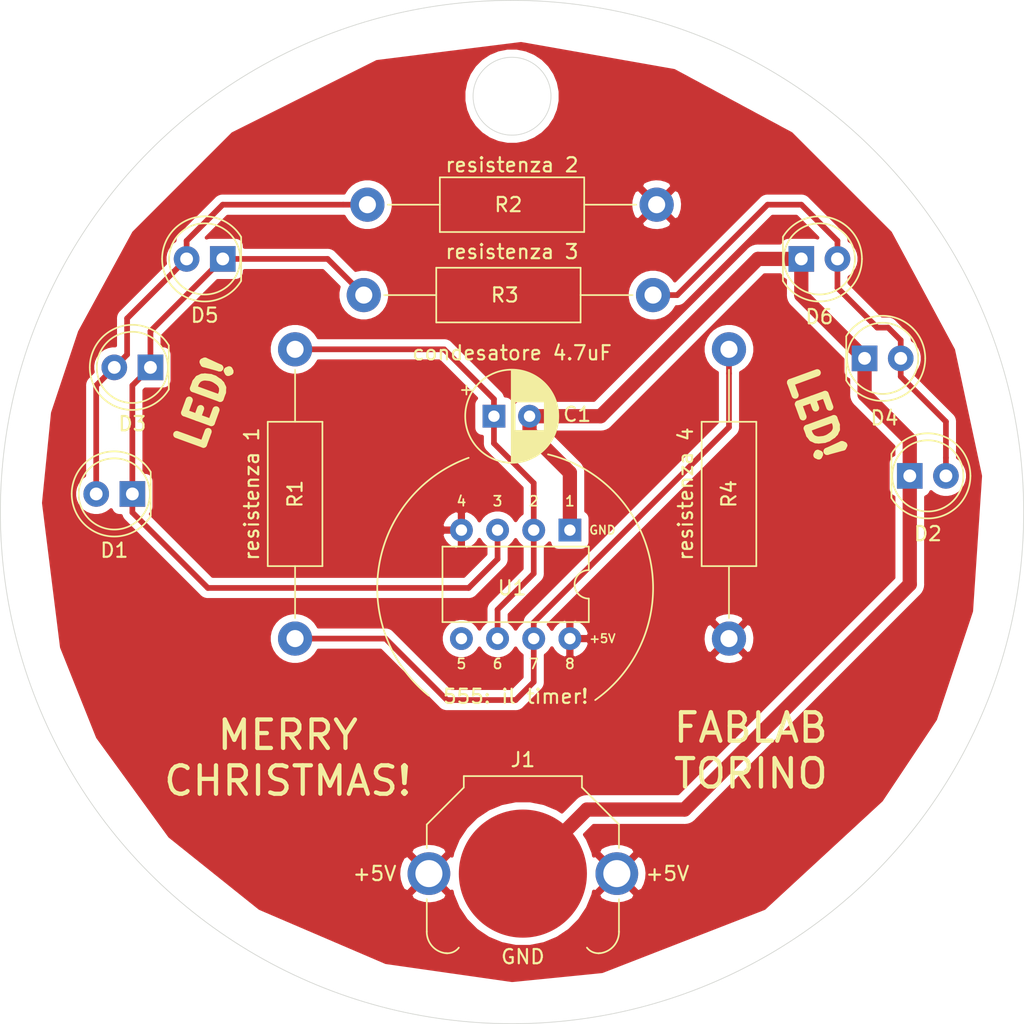
<source format=kicad_pcb>
(kicad_pcb (version 20171130) (host pcbnew "(5.1.5-0)")

  (general
    (thickness 1.6)
    (drawings 28)
    (tracks 68)
    (zones 0)
    (modules 13)
    (nets 9)
  )

  (page A4)
  (layers
    (0 F.Cu signal)
    (31 B.Cu signal)
    (32 B.Adhes user hide)
    (33 F.Adhes user hide)
    (34 B.Paste user hide)
    (35 F.Paste user hide)
    (36 B.SilkS user hide)
    (37 F.SilkS user)
    (38 B.Mask user hide)
    (39 F.Mask user)
    (40 Dwgs.User user hide)
    (41 Cmts.User user hide)
    (42 Eco1.User user hide)
    (43 Eco2.User user hide)
    (44 Edge.Cuts user)
    (45 Margin user hide)
    (46 B.CrtYd user hide)
    (47 F.CrtYd user hide)
    (48 B.Fab user hide)
    (49 F.Fab user hide)
  )

  (setup
    (last_trace_width 0.4)
    (trace_clearance 0.4)
    (zone_clearance 0.508)
    (zone_45_only no)
    (trace_min 0.2)
    (via_size 1)
    (via_drill 0.4)
    (via_min_size 0.4)
    (via_min_drill 0.3)
    (uvia_size 0.3)
    (uvia_drill 0.1)
    (uvias_allowed no)
    (uvia_min_size 0.2)
    (uvia_min_drill 0.1)
    (edge_width 0.05)
    (segment_width 0.2)
    (pcb_text_width 0.3)
    (pcb_text_size 1.5 1.5)
    (mod_edge_width 0.12)
    (mod_text_size 1 1)
    (mod_text_width 0.15)
    (pad_size 1.524 1.524)
    (pad_drill 0.762)
    (pad_to_mask_clearance 0.051)
    (solder_mask_min_width 0.25)
    (aux_axis_origin 0 0)
    (visible_elements FFFFFF7F)
    (pcbplotparams
      (layerselection 0x010f0_ffffffff)
      (usegerberextensions false)
      (usegerberattributes false)
      (usegerberadvancedattributes false)
      (creategerberjobfile false)
      (excludeedgelayer true)
      (linewidth 0.100000)
      (plotframeref false)
      (viasonmask false)
      (mode 1)
      (useauxorigin false)
      (hpglpennumber 1)
      (hpglpenspeed 20)
      (hpglpendiameter 15.000000)
      (psnegative false)
      (psa4output false)
      (plotreference true)
      (plotvalue true)
      (plotinvisibletext false)
      (padsonsilk false)
      (subtractmaskfromsilk false)
      (outputformat 1)
      (mirror false)
      (drillshape 0)
      (scaleselection 1)
      (outputdirectory ""))
  )

  (net 0 "")
  (net 1 /trigger)
  (net 2 GND)
  (net 3 "Net-(D1-Pad2)")
  (net 4 "Net-(D1-Pad1)")
  (net 5 "Net-(D2-Pad2)")
  (net 6 "Net-(R1-Pad1)")
  (net 7 +5V)
  (net 8 "Net-(U1-Pad5)")

  (net_class Default "This is the default net class."
    (clearance 0.4)
    (trace_width 0.4)
    (via_dia 1)
    (via_drill 0.4)
    (uvia_dia 0.3)
    (uvia_drill 0.1)
    (add_net /trigger)
    (add_net "Net-(D1-Pad1)")
    (add_net "Net-(D1-Pad2)")
    (add_net "Net-(D2-Pad2)")
    (add_net "Net-(R1-Pad1)")
    (add_net "Net-(U1-Pad5)")
  )

  (net_class zero ""
    (clearance 0.5)
    (trace_width 1)
    (via_dia 1)
    (via_drill 0.4)
    (uvia_dia 0.3)
    (uvia_drill 0.1)
    (add_net +5V)
    (add_net GND)
  )

  (module Resistor_THT:R_Axial_DIN0411_L9.9mm_D3.6mm_P20.32mm_Horizontal (layer F.Cu) (tedit 5AE5139B) (tstamp 5FC5BDB4)
    (at 152.4 72.39 90)
    (descr "Resistor, Axial_DIN0411 series, Axial, Horizontal, pin pitch=20.32mm, 1W, length*diameter=9.9*3.6mm^2")
    (tags "Resistor Axial_DIN0411 series Axial Horizontal pin pitch 20.32mm 1W length 9.9mm diameter 3.6mm")
    (path /5FC5700C)
    (fp_text reference R4 (at 10.16 0 90) (layer F.SilkS)
      (effects (font (size 1 1) (thickness 0.15)))
    )
    (fp_text value R (at 10.16 2.92 90) (layer F.Fab)
      (effects (font (size 1 1) (thickness 0.15)))
    )
    (fp_line (start 5.21 -1.8) (end 5.21 1.8) (layer F.Fab) (width 0.1))
    (fp_line (start 5.21 1.8) (end 15.11 1.8) (layer F.Fab) (width 0.1))
    (fp_line (start 15.11 1.8) (end 15.11 -1.8) (layer F.Fab) (width 0.1))
    (fp_line (start 15.11 -1.8) (end 5.21 -1.8) (layer F.Fab) (width 0.1))
    (fp_line (start 0 0) (end 5.21 0) (layer F.Fab) (width 0.1))
    (fp_line (start 20.32 0) (end 15.11 0) (layer F.Fab) (width 0.1))
    (fp_line (start 5.09 -1.92) (end 5.09 1.92) (layer F.SilkS) (width 0.12))
    (fp_line (start 5.09 1.92) (end 15.23 1.92) (layer F.SilkS) (width 0.12))
    (fp_line (start 15.23 1.92) (end 15.23 -1.92) (layer F.SilkS) (width 0.12))
    (fp_line (start 15.23 -1.92) (end 5.09 -1.92) (layer F.SilkS) (width 0.12))
    (fp_line (start 1.44 0) (end 5.09 0) (layer F.SilkS) (width 0.12))
    (fp_line (start 18.88 0) (end 15.23 0) (layer F.SilkS) (width 0.12))
    (fp_line (start -1.45 -2.05) (end -1.45 2.05) (layer F.CrtYd) (width 0.05))
    (fp_line (start -1.45 2.05) (end 21.77 2.05) (layer F.CrtYd) (width 0.05))
    (fp_line (start 21.77 2.05) (end 21.77 -2.05) (layer F.CrtYd) (width 0.05))
    (fp_line (start 21.77 -2.05) (end -1.45 -2.05) (layer F.CrtYd) (width 0.05))
    (fp_text user %R (at 10.16 0 90) (layer F.Fab)
      (effects (font (size 1 1) (thickness 0.15)))
    )
    (pad 1 thru_hole circle (at 0 0 90) (size 2.4 2.4) (drill 1.2) (layers *.Cu *.Mask)
      (net 7 +5V))
    (pad 2 thru_hole oval (at 20.32 0 90) (size 2.4 2.4) (drill 1.2) (layers *.Cu *.Mask)
      (net 6 "Net-(R1-Pad1)"))
    (model ${KISYS3DMOD}/Resistor_THT.3dshapes/R_Axial_DIN0411_L9.9mm_D3.6mm_P20.32mm_Horizontal.wrl
      (at (xyz 0 0 0))
      (scale (xyz 1 1 1))
      (rotate (xyz 0 0 0))
    )
  )

  (module Resistor_THT:R_Axial_DIN0411_L9.9mm_D3.6mm_P20.32mm_Horizontal (layer F.Cu) (tedit 5AE5139B) (tstamp 5FC5BD86)
    (at 147.32 41.91 180)
    (descr "Resistor, Axial_DIN0411 series, Axial, Horizontal, pin pitch=20.32mm, 1W, length*diameter=9.9*3.6mm^2")
    (tags "Resistor Axial_DIN0411 series Axial Horizontal pin pitch 20.32mm 1W length 9.9mm diameter 3.6mm")
    (path /5FC551AC)
    (fp_text reference R2 (at 10.414 0) (layer F.SilkS)
      (effects (font (size 1 1) (thickness 0.15)))
    )
    (fp_text value R (at 10.16 2.92) (layer F.Fab)
      (effects (font (size 1 1) (thickness 0.15)))
    )
    (fp_line (start 5.21 -1.8) (end 5.21 1.8) (layer F.Fab) (width 0.1))
    (fp_line (start 5.21 1.8) (end 15.11 1.8) (layer F.Fab) (width 0.1))
    (fp_line (start 15.11 1.8) (end 15.11 -1.8) (layer F.Fab) (width 0.1))
    (fp_line (start 15.11 -1.8) (end 5.21 -1.8) (layer F.Fab) (width 0.1))
    (fp_line (start 0 0) (end 5.21 0) (layer F.Fab) (width 0.1))
    (fp_line (start 20.32 0) (end 15.11 0) (layer F.Fab) (width 0.1))
    (fp_line (start 5.09 -1.92) (end 5.09 1.92) (layer F.SilkS) (width 0.12))
    (fp_line (start 5.09 1.92) (end 15.23 1.92) (layer F.SilkS) (width 0.12))
    (fp_line (start 15.23 1.92) (end 15.23 -1.92) (layer F.SilkS) (width 0.12))
    (fp_line (start 15.23 -1.92) (end 5.09 -1.92) (layer F.SilkS) (width 0.12))
    (fp_line (start 1.44 0) (end 5.09 0) (layer F.SilkS) (width 0.12))
    (fp_line (start 18.88 0) (end 15.23 0) (layer F.SilkS) (width 0.12))
    (fp_line (start -1.45 -2.05) (end -1.45 2.05) (layer F.CrtYd) (width 0.05))
    (fp_line (start -1.45 2.05) (end 21.77 2.05) (layer F.CrtYd) (width 0.05))
    (fp_line (start 21.77 2.05) (end 21.77 -2.05) (layer F.CrtYd) (width 0.05))
    (fp_line (start 21.77 -2.05) (end -1.45 -2.05) (layer F.CrtYd) (width 0.05))
    (fp_text user %R (at 10.16 0) (layer F.Fab)
      (effects (font (size 1 1) (thickness 0.15)))
    )
    (pad 1 thru_hole circle (at 0 0 180) (size 2.4 2.4) (drill 1.2) (layers *.Cu *.Mask)
      (net 7 +5V))
    (pad 2 thru_hole oval (at 20.32 0 180) (size 2.4 2.4) (drill 1.2) (layers *.Cu *.Mask)
      (net 3 "Net-(D1-Pad2)"))
    (model ${KISYS3DMOD}/Resistor_THT.3dshapes/R_Axial_DIN0411_L9.9mm_D3.6mm_P20.32mm_Horizontal.wrl
      (at (xyz 0 0 0))
      (scale (xyz 1 1 1))
      (rotate (xyz 0 0 0))
    )
  )

  (module Capacitor_THT:CP_Radial_D6.3mm_P2.50mm (layer F.Cu) (tedit 5AE50EF0) (tstamp 5FC5BD34)
    (at 135.89 56.769)
    (descr "CP, Radial series, Radial, pin pitch=2.50mm, , diameter=6.3mm, Electrolytic Capacitor")
    (tags "CP Radial series Radial pin pitch 2.50mm  diameter 6.3mm Electrolytic Capacitor")
    (path /5FC58910)
    (fp_text reference C1 (at 5.842 -0.127 180) (layer F.SilkS)
      (effects (font (size 1 1) (thickness 0.15)))
    )
    (fp_text value CP1 (at 1.25 4.4) (layer F.Fab)
      (effects (font (size 1 1) (thickness 0.15)))
    )
    (fp_circle (center 1.25 0) (end 4.4 0) (layer F.Fab) (width 0.1))
    (fp_circle (center 1.25 0) (end 4.52 0) (layer F.SilkS) (width 0.12))
    (fp_circle (center 1.25 0) (end 4.65 0) (layer F.CrtYd) (width 0.05))
    (fp_line (start -1.443972 -1.3735) (end -0.813972 -1.3735) (layer F.Fab) (width 0.1))
    (fp_line (start -1.128972 -1.6885) (end -1.128972 -1.0585) (layer F.Fab) (width 0.1))
    (fp_line (start 1.25 -3.23) (end 1.25 3.23) (layer F.SilkS) (width 0.12))
    (fp_line (start 1.29 -3.23) (end 1.29 3.23) (layer F.SilkS) (width 0.12))
    (fp_line (start 1.33 -3.23) (end 1.33 3.23) (layer F.SilkS) (width 0.12))
    (fp_line (start 1.37 -3.228) (end 1.37 3.228) (layer F.SilkS) (width 0.12))
    (fp_line (start 1.41 -3.227) (end 1.41 3.227) (layer F.SilkS) (width 0.12))
    (fp_line (start 1.45 -3.224) (end 1.45 3.224) (layer F.SilkS) (width 0.12))
    (fp_line (start 1.49 -3.222) (end 1.49 -1.04) (layer F.SilkS) (width 0.12))
    (fp_line (start 1.49 1.04) (end 1.49 3.222) (layer F.SilkS) (width 0.12))
    (fp_line (start 1.53 -3.218) (end 1.53 -1.04) (layer F.SilkS) (width 0.12))
    (fp_line (start 1.53 1.04) (end 1.53 3.218) (layer F.SilkS) (width 0.12))
    (fp_line (start 1.57 -3.215) (end 1.57 -1.04) (layer F.SilkS) (width 0.12))
    (fp_line (start 1.57 1.04) (end 1.57 3.215) (layer F.SilkS) (width 0.12))
    (fp_line (start 1.61 -3.211) (end 1.61 -1.04) (layer F.SilkS) (width 0.12))
    (fp_line (start 1.61 1.04) (end 1.61 3.211) (layer F.SilkS) (width 0.12))
    (fp_line (start 1.65 -3.206) (end 1.65 -1.04) (layer F.SilkS) (width 0.12))
    (fp_line (start 1.65 1.04) (end 1.65 3.206) (layer F.SilkS) (width 0.12))
    (fp_line (start 1.69 -3.201) (end 1.69 -1.04) (layer F.SilkS) (width 0.12))
    (fp_line (start 1.69 1.04) (end 1.69 3.201) (layer F.SilkS) (width 0.12))
    (fp_line (start 1.73 -3.195) (end 1.73 -1.04) (layer F.SilkS) (width 0.12))
    (fp_line (start 1.73 1.04) (end 1.73 3.195) (layer F.SilkS) (width 0.12))
    (fp_line (start 1.77 -3.189) (end 1.77 -1.04) (layer F.SilkS) (width 0.12))
    (fp_line (start 1.77 1.04) (end 1.77 3.189) (layer F.SilkS) (width 0.12))
    (fp_line (start 1.81 -3.182) (end 1.81 -1.04) (layer F.SilkS) (width 0.12))
    (fp_line (start 1.81 1.04) (end 1.81 3.182) (layer F.SilkS) (width 0.12))
    (fp_line (start 1.85 -3.175) (end 1.85 -1.04) (layer F.SilkS) (width 0.12))
    (fp_line (start 1.85 1.04) (end 1.85 3.175) (layer F.SilkS) (width 0.12))
    (fp_line (start 1.89 -3.167) (end 1.89 -1.04) (layer F.SilkS) (width 0.12))
    (fp_line (start 1.89 1.04) (end 1.89 3.167) (layer F.SilkS) (width 0.12))
    (fp_line (start 1.93 -3.159) (end 1.93 -1.04) (layer F.SilkS) (width 0.12))
    (fp_line (start 1.93 1.04) (end 1.93 3.159) (layer F.SilkS) (width 0.12))
    (fp_line (start 1.971 -3.15) (end 1.971 -1.04) (layer F.SilkS) (width 0.12))
    (fp_line (start 1.971 1.04) (end 1.971 3.15) (layer F.SilkS) (width 0.12))
    (fp_line (start 2.011 -3.141) (end 2.011 -1.04) (layer F.SilkS) (width 0.12))
    (fp_line (start 2.011 1.04) (end 2.011 3.141) (layer F.SilkS) (width 0.12))
    (fp_line (start 2.051 -3.131) (end 2.051 -1.04) (layer F.SilkS) (width 0.12))
    (fp_line (start 2.051 1.04) (end 2.051 3.131) (layer F.SilkS) (width 0.12))
    (fp_line (start 2.091 -3.121) (end 2.091 -1.04) (layer F.SilkS) (width 0.12))
    (fp_line (start 2.091 1.04) (end 2.091 3.121) (layer F.SilkS) (width 0.12))
    (fp_line (start 2.131 -3.11) (end 2.131 -1.04) (layer F.SilkS) (width 0.12))
    (fp_line (start 2.131 1.04) (end 2.131 3.11) (layer F.SilkS) (width 0.12))
    (fp_line (start 2.171 -3.098) (end 2.171 -1.04) (layer F.SilkS) (width 0.12))
    (fp_line (start 2.171 1.04) (end 2.171 3.098) (layer F.SilkS) (width 0.12))
    (fp_line (start 2.211 -3.086) (end 2.211 -1.04) (layer F.SilkS) (width 0.12))
    (fp_line (start 2.211 1.04) (end 2.211 3.086) (layer F.SilkS) (width 0.12))
    (fp_line (start 2.251 -3.074) (end 2.251 -1.04) (layer F.SilkS) (width 0.12))
    (fp_line (start 2.251 1.04) (end 2.251 3.074) (layer F.SilkS) (width 0.12))
    (fp_line (start 2.291 -3.061) (end 2.291 -1.04) (layer F.SilkS) (width 0.12))
    (fp_line (start 2.291 1.04) (end 2.291 3.061) (layer F.SilkS) (width 0.12))
    (fp_line (start 2.331 -3.047) (end 2.331 -1.04) (layer F.SilkS) (width 0.12))
    (fp_line (start 2.331 1.04) (end 2.331 3.047) (layer F.SilkS) (width 0.12))
    (fp_line (start 2.371 -3.033) (end 2.371 -1.04) (layer F.SilkS) (width 0.12))
    (fp_line (start 2.371 1.04) (end 2.371 3.033) (layer F.SilkS) (width 0.12))
    (fp_line (start 2.411 -3.018) (end 2.411 -1.04) (layer F.SilkS) (width 0.12))
    (fp_line (start 2.411 1.04) (end 2.411 3.018) (layer F.SilkS) (width 0.12))
    (fp_line (start 2.451 -3.002) (end 2.451 -1.04) (layer F.SilkS) (width 0.12))
    (fp_line (start 2.451 1.04) (end 2.451 3.002) (layer F.SilkS) (width 0.12))
    (fp_line (start 2.491 -2.986) (end 2.491 -1.04) (layer F.SilkS) (width 0.12))
    (fp_line (start 2.491 1.04) (end 2.491 2.986) (layer F.SilkS) (width 0.12))
    (fp_line (start 2.531 -2.97) (end 2.531 -1.04) (layer F.SilkS) (width 0.12))
    (fp_line (start 2.531 1.04) (end 2.531 2.97) (layer F.SilkS) (width 0.12))
    (fp_line (start 2.571 -2.952) (end 2.571 -1.04) (layer F.SilkS) (width 0.12))
    (fp_line (start 2.571 1.04) (end 2.571 2.952) (layer F.SilkS) (width 0.12))
    (fp_line (start 2.611 -2.934) (end 2.611 -1.04) (layer F.SilkS) (width 0.12))
    (fp_line (start 2.611 1.04) (end 2.611 2.934) (layer F.SilkS) (width 0.12))
    (fp_line (start 2.651 -2.916) (end 2.651 -1.04) (layer F.SilkS) (width 0.12))
    (fp_line (start 2.651 1.04) (end 2.651 2.916) (layer F.SilkS) (width 0.12))
    (fp_line (start 2.691 -2.896) (end 2.691 -1.04) (layer F.SilkS) (width 0.12))
    (fp_line (start 2.691 1.04) (end 2.691 2.896) (layer F.SilkS) (width 0.12))
    (fp_line (start 2.731 -2.876) (end 2.731 -1.04) (layer F.SilkS) (width 0.12))
    (fp_line (start 2.731 1.04) (end 2.731 2.876) (layer F.SilkS) (width 0.12))
    (fp_line (start 2.771 -2.856) (end 2.771 -1.04) (layer F.SilkS) (width 0.12))
    (fp_line (start 2.771 1.04) (end 2.771 2.856) (layer F.SilkS) (width 0.12))
    (fp_line (start 2.811 -2.834) (end 2.811 -1.04) (layer F.SilkS) (width 0.12))
    (fp_line (start 2.811 1.04) (end 2.811 2.834) (layer F.SilkS) (width 0.12))
    (fp_line (start 2.851 -2.812) (end 2.851 -1.04) (layer F.SilkS) (width 0.12))
    (fp_line (start 2.851 1.04) (end 2.851 2.812) (layer F.SilkS) (width 0.12))
    (fp_line (start 2.891 -2.79) (end 2.891 -1.04) (layer F.SilkS) (width 0.12))
    (fp_line (start 2.891 1.04) (end 2.891 2.79) (layer F.SilkS) (width 0.12))
    (fp_line (start 2.931 -2.766) (end 2.931 -1.04) (layer F.SilkS) (width 0.12))
    (fp_line (start 2.931 1.04) (end 2.931 2.766) (layer F.SilkS) (width 0.12))
    (fp_line (start 2.971 -2.742) (end 2.971 -1.04) (layer F.SilkS) (width 0.12))
    (fp_line (start 2.971 1.04) (end 2.971 2.742) (layer F.SilkS) (width 0.12))
    (fp_line (start 3.011 -2.716) (end 3.011 -1.04) (layer F.SilkS) (width 0.12))
    (fp_line (start 3.011 1.04) (end 3.011 2.716) (layer F.SilkS) (width 0.12))
    (fp_line (start 3.051 -2.69) (end 3.051 -1.04) (layer F.SilkS) (width 0.12))
    (fp_line (start 3.051 1.04) (end 3.051 2.69) (layer F.SilkS) (width 0.12))
    (fp_line (start 3.091 -2.664) (end 3.091 -1.04) (layer F.SilkS) (width 0.12))
    (fp_line (start 3.091 1.04) (end 3.091 2.664) (layer F.SilkS) (width 0.12))
    (fp_line (start 3.131 -2.636) (end 3.131 -1.04) (layer F.SilkS) (width 0.12))
    (fp_line (start 3.131 1.04) (end 3.131 2.636) (layer F.SilkS) (width 0.12))
    (fp_line (start 3.171 -2.607) (end 3.171 -1.04) (layer F.SilkS) (width 0.12))
    (fp_line (start 3.171 1.04) (end 3.171 2.607) (layer F.SilkS) (width 0.12))
    (fp_line (start 3.211 -2.578) (end 3.211 -1.04) (layer F.SilkS) (width 0.12))
    (fp_line (start 3.211 1.04) (end 3.211 2.578) (layer F.SilkS) (width 0.12))
    (fp_line (start 3.251 -2.548) (end 3.251 -1.04) (layer F.SilkS) (width 0.12))
    (fp_line (start 3.251 1.04) (end 3.251 2.548) (layer F.SilkS) (width 0.12))
    (fp_line (start 3.291 -2.516) (end 3.291 -1.04) (layer F.SilkS) (width 0.12))
    (fp_line (start 3.291 1.04) (end 3.291 2.516) (layer F.SilkS) (width 0.12))
    (fp_line (start 3.331 -2.484) (end 3.331 -1.04) (layer F.SilkS) (width 0.12))
    (fp_line (start 3.331 1.04) (end 3.331 2.484) (layer F.SilkS) (width 0.12))
    (fp_line (start 3.371 -2.45) (end 3.371 -1.04) (layer F.SilkS) (width 0.12))
    (fp_line (start 3.371 1.04) (end 3.371 2.45) (layer F.SilkS) (width 0.12))
    (fp_line (start 3.411 -2.416) (end 3.411 -1.04) (layer F.SilkS) (width 0.12))
    (fp_line (start 3.411 1.04) (end 3.411 2.416) (layer F.SilkS) (width 0.12))
    (fp_line (start 3.451 -2.38) (end 3.451 -1.04) (layer F.SilkS) (width 0.12))
    (fp_line (start 3.451 1.04) (end 3.451 2.38) (layer F.SilkS) (width 0.12))
    (fp_line (start 3.491 -2.343) (end 3.491 -1.04) (layer F.SilkS) (width 0.12))
    (fp_line (start 3.491 1.04) (end 3.491 2.343) (layer F.SilkS) (width 0.12))
    (fp_line (start 3.531 -2.305) (end 3.531 -1.04) (layer F.SilkS) (width 0.12))
    (fp_line (start 3.531 1.04) (end 3.531 2.305) (layer F.SilkS) (width 0.12))
    (fp_line (start 3.571 -2.265) (end 3.571 2.265) (layer F.SilkS) (width 0.12))
    (fp_line (start 3.611 -2.224) (end 3.611 2.224) (layer F.SilkS) (width 0.12))
    (fp_line (start 3.651 -2.182) (end 3.651 2.182) (layer F.SilkS) (width 0.12))
    (fp_line (start 3.691 -2.137) (end 3.691 2.137) (layer F.SilkS) (width 0.12))
    (fp_line (start 3.731 -2.092) (end 3.731 2.092) (layer F.SilkS) (width 0.12))
    (fp_line (start 3.771 -2.044) (end 3.771 2.044) (layer F.SilkS) (width 0.12))
    (fp_line (start 3.811 -1.995) (end 3.811 1.995) (layer F.SilkS) (width 0.12))
    (fp_line (start 3.851 -1.944) (end 3.851 1.944) (layer F.SilkS) (width 0.12))
    (fp_line (start 3.891 -1.89) (end 3.891 1.89) (layer F.SilkS) (width 0.12))
    (fp_line (start 3.931 -1.834) (end 3.931 1.834) (layer F.SilkS) (width 0.12))
    (fp_line (start 3.971 -1.776) (end 3.971 1.776) (layer F.SilkS) (width 0.12))
    (fp_line (start 4.011 -1.714) (end 4.011 1.714) (layer F.SilkS) (width 0.12))
    (fp_line (start 4.051 -1.65) (end 4.051 1.65) (layer F.SilkS) (width 0.12))
    (fp_line (start 4.091 -1.581) (end 4.091 1.581) (layer F.SilkS) (width 0.12))
    (fp_line (start 4.131 -1.509) (end 4.131 1.509) (layer F.SilkS) (width 0.12))
    (fp_line (start 4.171 -1.432) (end 4.171 1.432) (layer F.SilkS) (width 0.12))
    (fp_line (start 4.211 -1.35) (end 4.211 1.35) (layer F.SilkS) (width 0.12))
    (fp_line (start 4.251 -1.262) (end 4.251 1.262) (layer F.SilkS) (width 0.12))
    (fp_line (start 4.291 -1.165) (end 4.291 1.165) (layer F.SilkS) (width 0.12))
    (fp_line (start 4.331 -1.059) (end 4.331 1.059) (layer F.SilkS) (width 0.12))
    (fp_line (start 4.371 -0.94) (end 4.371 0.94) (layer F.SilkS) (width 0.12))
    (fp_line (start 4.411 -0.802) (end 4.411 0.802) (layer F.SilkS) (width 0.12))
    (fp_line (start 4.451 -0.633) (end 4.451 0.633) (layer F.SilkS) (width 0.12))
    (fp_line (start 4.491 -0.402) (end 4.491 0.402) (layer F.SilkS) (width 0.12))
    (fp_line (start -2.250241 -1.839) (end -1.620241 -1.839) (layer F.SilkS) (width 0.12))
    (fp_line (start -1.935241 -2.154) (end -1.935241 -1.524) (layer F.SilkS) (width 0.12))
    (fp_text user %R (at 1.25 0) (layer F.Fab)
      (effects (font (size 1 1) (thickness 0.15)))
    )
    (pad 1 thru_hole rect (at 0 0) (size 1.6 1.6) (drill 0.8) (layers *.Cu *.Mask)
      (net 1 /trigger))
    (pad 2 thru_hole circle (at 2.5 0) (size 1.6 1.6) (drill 0.8) (layers *.Cu *.Mask)
      (net 2 GND))
    (model ${KISYS3DMOD}/Capacitor_THT.3dshapes/CP_Radial_D6.3mm_P2.50mm.wrl
      (at (xyz 0 0 0))
      (scale (xyz 1 1 1))
      (rotate (xyz 0 0 0))
    )
  )

  (module LED_THT:LED_D5.0mm (layer F.Cu) (tedit 5995936A) (tstamp 5FC81899)
    (at 110.49 62.23 180)
    (descr "LED, diameter 5.0mm, 2 pins, http://cdn-reichelt.de/documents/datenblatt/A500/LL-504BC2E-009.pdf")
    (tags "LED diameter 5.0mm 2 pins")
    (path /5FC57CA7)
    (fp_text reference D1 (at 1.27 -3.96) (layer F.SilkS)
      (effects (font (size 1 1) (thickness 0.15)))
    )
    (fp_text value LED (at 1.27 3.96) (layer F.Fab)
      (effects (font (size 1 1) (thickness 0.15)))
    )
    (fp_text user %R (at 1.25 0) (layer F.Fab)
      (effects (font (size 0.8 0.8) (thickness 0.2)))
    )
    (fp_line (start 4.5 -3.25) (end -1.95 -3.25) (layer F.CrtYd) (width 0.05))
    (fp_line (start 4.5 3.25) (end 4.5 -3.25) (layer F.CrtYd) (width 0.05))
    (fp_line (start -1.95 3.25) (end 4.5 3.25) (layer F.CrtYd) (width 0.05))
    (fp_line (start -1.95 -3.25) (end -1.95 3.25) (layer F.CrtYd) (width 0.05))
    (fp_line (start -1.29 -1.545) (end -1.29 1.545) (layer F.SilkS) (width 0.12))
    (fp_line (start -1.23 -1.469694) (end -1.23 1.469694) (layer F.Fab) (width 0.1))
    (fp_circle (center 1.27 0) (end 3.77 0) (layer F.SilkS) (width 0.12))
    (fp_circle (center 1.27 0) (end 3.77 0) (layer F.Fab) (width 0.1))
    (fp_arc (start 1.27 0) (end -1.29 1.54483) (angle -148.9) (layer F.SilkS) (width 0.12))
    (fp_arc (start 1.27 0) (end -1.29 -1.54483) (angle 148.9) (layer F.SilkS) (width 0.12))
    (fp_arc (start 1.27 0) (end -1.23 -1.469694) (angle 299.1) (layer F.Fab) (width 0.1))
    (pad 2 thru_hole circle (at 2.54 0 180) (size 1.8 1.8) (drill 0.9) (layers *.Cu *.Mask)
      (net 3 "Net-(D1-Pad2)"))
    (pad 1 thru_hole rect (at 0 0 180) (size 1.8 1.8) (drill 0.9) (layers *.Cu *.Mask)
      (net 4 "Net-(D1-Pad1)"))
    (model ${KISYS3DMOD}/LED_THT.3dshapes/LED_D5.0mm.wrl
      (at (xyz 0 0 0))
      (scale (xyz 1 1 1))
      (rotate (xyz 0 0 0))
    )
  )

  (module LED_THT:LED_D5.0mm (layer F.Cu) (tedit 5995936A) (tstamp 5FC800A9)
    (at 165.1 60.96)
    (descr "LED, diameter 5.0mm, 2 pins, http://cdn-reichelt.de/documents/datenblatt/A500/LL-504BC2E-009.pdf")
    (tags "LED diameter 5.0mm 2 pins")
    (path /5FC5764F)
    (fp_text reference D2 (at 1.27 4.064) (layer F.SilkS)
      (effects (font (size 1 1) (thickness 0.15)))
    )
    (fp_text value LED (at 1.27 3.96) (layer F.Fab)
      (effects (font (size 1 1) (thickness 0.15)))
    )
    (fp_arc (start 1.27 0) (end -1.23 -1.469694) (angle 299.1) (layer F.Fab) (width 0.1))
    (fp_arc (start 1.27 0) (end -1.29 -1.54483) (angle 148.9) (layer F.SilkS) (width 0.12))
    (fp_arc (start 1.27 0) (end -1.29 1.54483) (angle -148.9) (layer F.SilkS) (width 0.12))
    (fp_circle (center 1.27 0) (end 3.77 0) (layer F.Fab) (width 0.1))
    (fp_circle (center 1.27 0) (end 3.77 0) (layer F.SilkS) (width 0.12))
    (fp_line (start -1.23 -1.469694) (end -1.23 1.469694) (layer F.Fab) (width 0.1))
    (fp_line (start -1.29 -1.545) (end -1.29 1.545) (layer F.SilkS) (width 0.12))
    (fp_line (start -1.95 -3.25) (end -1.95 3.25) (layer F.CrtYd) (width 0.05))
    (fp_line (start -1.95 3.25) (end 4.5 3.25) (layer F.CrtYd) (width 0.05))
    (fp_line (start 4.5 3.25) (end 4.5 -3.25) (layer F.CrtYd) (width 0.05))
    (fp_line (start 4.5 -3.25) (end -1.95 -3.25) (layer F.CrtYd) (width 0.05))
    (fp_text user %R (at 1.25 0 90) (layer F.Fab)
      (effects (font (size 0.8 0.8) (thickness 0.2)))
    )
    (pad 1 thru_hole rect (at 0 0) (size 1.8 1.8) (drill 0.9) (layers *.Cu *.Mask)
      (net 2 GND))
    (pad 2 thru_hole circle (at 2.54 0) (size 1.8 1.8) (drill 0.9) (layers *.Cu *.Mask)
      (net 5 "Net-(D2-Pad2)"))
    (model ${KISYS3DMOD}/LED_THT.3dshapes/LED_D5.0mm.wrl
      (at (xyz 0 0 0))
      (scale (xyz 1 1 1))
      (rotate (xyz 0 0 0))
    )
  )

  (module Resistor_THT:R_Axial_DIN0411_L9.9mm_D3.6mm_P20.32mm_Horizontal (layer F.Cu) (tedit 5AE5139B) (tstamp 5FC5BD6F)
    (at 121.92 72.39 90)
    (descr "Resistor, Axial_DIN0411 series, Axial, Horizontal, pin pitch=20.32mm, 1W, length*diameter=9.9*3.6mm^2")
    (tags "Resistor Axial_DIN0411 series Axial Horizontal pin pitch 20.32mm 1W length 9.9mm diameter 3.6mm")
    (path /5FC56B7D)
    (fp_text reference R1 (at 10.16 0 90) (layer F.SilkS)
      (effects (font (size 1 1) (thickness 0.15)))
    )
    (fp_text value R (at 10.16 2.92 90) (layer F.Fab)
      (effects (font (size 1 1) (thickness 0.15)))
    )
    (fp_text user %R (at 10.16 0 90) (layer F.Fab)
      (effects (font (size 1 1) (thickness 0.15)))
    )
    (fp_line (start 21.77 -2.05) (end -1.45 -2.05) (layer F.CrtYd) (width 0.05))
    (fp_line (start 21.77 2.05) (end 21.77 -2.05) (layer F.CrtYd) (width 0.05))
    (fp_line (start -1.45 2.05) (end 21.77 2.05) (layer F.CrtYd) (width 0.05))
    (fp_line (start -1.45 -2.05) (end -1.45 2.05) (layer F.CrtYd) (width 0.05))
    (fp_line (start 18.88 0) (end 15.23 0) (layer F.SilkS) (width 0.12))
    (fp_line (start 1.44 0) (end 5.09 0) (layer F.SilkS) (width 0.12))
    (fp_line (start 15.23 -1.92) (end 5.09 -1.92) (layer F.SilkS) (width 0.12))
    (fp_line (start 15.23 1.92) (end 15.23 -1.92) (layer F.SilkS) (width 0.12))
    (fp_line (start 5.09 1.92) (end 15.23 1.92) (layer F.SilkS) (width 0.12))
    (fp_line (start 5.09 -1.92) (end 5.09 1.92) (layer F.SilkS) (width 0.12))
    (fp_line (start 20.32 0) (end 15.11 0) (layer F.Fab) (width 0.1))
    (fp_line (start 0 0) (end 5.21 0) (layer F.Fab) (width 0.1))
    (fp_line (start 15.11 -1.8) (end 5.21 -1.8) (layer F.Fab) (width 0.1))
    (fp_line (start 15.11 1.8) (end 15.11 -1.8) (layer F.Fab) (width 0.1))
    (fp_line (start 5.21 1.8) (end 15.11 1.8) (layer F.Fab) (width 0.1))
    (fp_line (start 5.21 -1.8) (end 5.21 1.8) (layer F.Fab) (width 0.1))
    (pad 2 thru_hole oval (at 20.32 0 90) (size 2.4 2.4) (drill 1.2) (layers *.Cu *.Mask)
      (net 1 /trigger))
    (pad 1 thru_hole circle (at 0 0 90) (size 2.4 2.4) (drill 1.2) (layers *.Cu *.Mask)
      (net 6 "Net-(R1-Pad1)"))
    (model ${KISYS3DMOD}/Resistor_THT.3dshapes/R_Axial_DIN0411_L9.9mm_D3.6mm_P20.32mm_Horizontal.wrl
      (at (xyz 0 0 0))
      (scale (xyz 1 1 1))
      (rotate (xyz 0 0 0))
    )
  )

  (module Resistor_THT:R_Axial_DIN0411_L9.9mm_D3.6mm_P20.32mm_Horizontal (layer F.Cu) (tedit 5AE5139B) (tstamp 5FC91ADD)
    (at 126.746 48.26)
    (descr "Resistor, Axial_DIN0411 series, Axial, Horizontal, pin pitch=20.32mm, 1W, length*diameter=9.9*3.6mm^2")
    (tags "Resistor Axial_DIN0411 series Axial Horizontal pin pitch 20.32mm 1W length 9.9mm diameter 3.6mm")
    (path /5FC6319F)
    (fp_text reference R3 (at 9.906 0) (layer F.SilkS)
      (effects (font (size 1 1) (thickness 0.15)))
    )
    (fp_text value R (at 10.16 2.92) (layer F.Fab)
      (effects (font (size 1 1) (thickness 0.15)))
    )
    (fp_text user %R (at 10.16 0) (layer F.Fab)
      (effects (font (size 1 1) (thickness 0.15)))
    )
    (fp_line (start 21.77 -2.05) (end -1.45 -2.05) (layer F.CrtYd) (width 0.05))
    (fp_line (start 21.77 2.05) (end 21.77 -2.05) (layer F.CrtYd) (width 0.05))
    (fp_line (start -1.45 2.05) (end 21.77 2.05) (layer F.CrtYd) (width 0.05))
    (fp_line (start -1.45 -2.05) (end -1.45 2.05) (layer F.CrtYd) (width 0.05))
    (fp_line (start 18.88 0) (end 15.23 0) (layer F.SilkS) (width 0.12))
    (fp_line (start 1.44 0) (end 5.09 0) (layer F.SilkS) (width 0.12))
    (fp_line (start 15.23 -1.92) (end 5.09 -1.92) (layer F.SilkS) (width 0.12))
    (fp_line (start 15.23 1.92) (end 15.23 -1.92) (layer F.SilkS) (width 0.12))
    (fp_line (start 5.09 1.92) (end 15.23 1.92) (layer F.SilkS) (width 0.12))
    (fp_line (start 5.09 -1.92) (end 5.09 1.92) (layer F.SilkS) (width 0.12))
    (fp_line (start 20.32 0) (end 15.11 0) (layer F.Fab) (width 0.1))
    (fp_line (start 0 0) (end 5.21 0) (layer F.Fab) (width 0.1))
    (fp_line (start 15.11 -1.8) (end 5.21 -1.8) (layer F.Fab) (width 0.1))
    (fp_line (start 15.11 1.8) (end 15.11 -1.8) (layer F.Fab) (width 0.1))
    (fp_line (start 5.21 1.8) (end 15.11 1.8) (layer F.Fab) (width 0.1))
    (fp_line (start 5.21 -1.8) (end 5.21 1.8) (layer F.Fab) (width 0.1))
    (pad 2 thru_hole oval (at 20.32 0) (size 2.4 2.4) (drill 1.2) (layers *.Cu *.Mask)
      (net 5 "Net-(D2-Pad2)"))
    (pad 1 thru_hole circle (at 0 0) (size 2.4 2.4) (drill 1.2) (layers *.Cu *.Mask)
      (net 4 "Net-(D1-Pad1)"))
    (model ${KISYS3DMOD}/Resistor_THT.3dshapes/R_Axial_DIN0411_L9.9mm_D3.6mm_P20.32mm_Horizontal.wrl
      (at (xyz 0 0 0))
      (scale (xyz 1 1 1))
      (rotate (xyz 0 0 0))
    )
  )

  (module Package_DIP:DIP-8_W7.62mm (layer F.Cu) (tedit 5A02E8C5) (tstamp 5FC5BDD0)
    (at 141.224 64.77 270)
    (descr "8-lead though-hole mounted DIP package, row spacing 7.62 mm (300 mils)")
    (tags "THT DIP DIL PDIP 2.54mm 7.62mm 300mil")
    (path /5FC5429D)
    (fp_text reference U1 (at 4.064 4.064 180) (layer F.SilkS)
      (effects (font (size 1 1) (thickness 0.15)))
    )
    (fp_text value LM555 (at 3.81 9.95 90) (layer F.Fab)
      (effects (font (size 1 1) (thickness 0.15)))
    )
    (fp_arc (start 3.81 -1.33) (end 2.81 -1.33) (angle -180) (layer F.SilkS) (width 0.12))
    (fp_line (start 1.635 -1.27) (end 6.985 -1.27) (layer F.Fab) (width 0.1))
    (fp_line (start 6.985 -1.27) (end 6.985 8.89) (layer F.Fab) (width 0.1))
    (fp_line (start 6.985 8.89) (end 0.635 8.89) (layer F.Fab) (width 0.1))
    (fp_line (start 0.635 8.89) (end 0.635 -0.27) (layer F.Fab) (width 0.1))
    (fp_line (start 0.635 -0.27) (end 1.635 -1.27) (layer F.Fab) (width 0.1))
    (fp_line (start 2.81 -1.33) (end 1.16 -1.33) (layer F.SilkS) (width 0.12))
    (fp_line (start 1.16 -1.33) (end 1.16 8.95) (layer F.SilkS) (width 0.12))
    (fp_line (start 1.16 8.95) (end 6.46 8.95) (layer F.SilkS) (width 0.12))
    (fp_line (start 6.46 8.95) (end 6.46 -1.33) (layer F.SilkS) (width 0.12))
    (fp_line (start 6.46 -1.33) (end 4.81 -1.33) (layer F.SilkS) (width 0.12))
    (fp_line (start -1.1 -1.55) (end -1.1 9.15) (layer F.CrtYd) (width 0.05))
    (fp_line (start -1.1 9.15) (end 8.7 9.15) (layer F.CrtYd) (width 0.05))
    (fp_line (start 8.7 9.15) (end 8.7 -1.55) (layer F.CrtYd) (width 0.05))
    (fp_line (start 8.7 -1.55) (end -1.1 -1.55) (layer F.CrtYd) (width 0.05))
    (fp_text user %R (at 3.81 3.81 90) (layer F.Fab)
      (effects (font (size 1 1) (thickness 0.15)))
    )
    (pad 1 thru_hole rect (at 0 0 270) (size 1.6 1.6) (drill 0.8) (layers *.Cu *.Mask)
      (net 2 GND))
    (pad 5 thru_hole oval (at 7.62 7.62 270) (size 1.6 1.6) (drill 0.8) (layers *.Cu *.Mask)
      (net 8 "Net-(U1-Pad5)"))
    (pad 2 thru_hole oval (at 0 2.54 270) (size 1.6 1.6) (drill 0.8) (layers *.Cu *.Mask)
      (net 1 /trigger))
    (pad 6 thru_hole oval (at 7.62 5.08 270) (size 1.6 1.6) (drill 0.8) (layers *.Cu *.Mask)
      (net 1 /trigger))
    (pad 3 thru_hole oval (at 0 5.08 270) (size 1.6 1.6) (drill 0.8) (layers *.Cu *.Mask)
      (net 4 "Net-(D1-Pad1)"))
    (pad 7 thru_hole oval (at 7.62 2.54 270) (size 1.6 1.6) (drill 0.8) (layers *.Cu *.Mask)
      (net 6 "Net-(R1-Pad1)"))
    (pad 4 thru_hole oval (at 0 7.62 270) (size 1.6 1.6) (drill 0.8) (layers *.Cu *.Mask)
      (net 7 +5V))
    (pad 8 thru_hole oval (at 7.62 0 270) (size 1.6 1.6) (drill 0.8) (layers *.Cu *.Mask)
      (net 7 +5V))
    (model ${KISYS3DMOD}/Package_DIP.3dshapes/DIP-8_W7.62mm.wrl
      (at (xyz 0 0 0))
      (scale (xyz 1 1 1))
      (rotate (xyz 0 0 0))
    )
  )

  (module LED_THT:LED_D5.0mm (layer F.Cu) (tedit 5995936A) (tstamp 5FC818F0)
    (at 111.76 53.34 180)
    (descr "LED, diameter 5.0mm, 2 pins, http://cdn-reichelt.de/documents/datenblatt/A500/LL-504BC2E-009.pdf")
    (tags "LED diameter 5.0mm 2 pins")
    (path /5FC6D21E)
    (fp_text reference D3 (at 1.27 -3.96 180) (layer F.SilkS)
      (effects (font (size 1 1) (thickness 0.15)))
    )
    (fp_text value LED (at 1.27 3.96) (layer F.Fab)
      (effects (font (size 1 1) (thickness 0.15)))
    )
    (fp_text user %R (at 1.25 0) (layer F.Fab)
      (effects (font (size 0.8 0.8) (thickness 0.2)))
    )
    (fp_line (start 4.5 -3.25) (end -1.95 -3.25) (layer F.CrtYd) (width 0.05))
    (fp_line (start 4.5 3.25) (end 4.5 -3.25) (layer F.CrtYd) (width 0.05))
    (fp_line (start -1.95 3.25) (end 4.5 3.25) (layer F.CrtYd) (width 0.05))
    (fp_line (start -1.95 -3.25) (end -1.95 3.25) (layer F.CrtYd) (width 0.05))
    (fp_line (start -1.29 -1.545) (end -1.29 1.545) (layer F.SilkS) (width 0.12))
    (fp_line (start -1.23 -1.469694) (end -1.23 1.469694) (layer F.Fab) (width 0.1))
    (fp_circle (center 1.27 0) (end 3.77 0) (layer F.SilkS) (width 0.12))
    (fp_circle (center 1.27 0) (end 3.77 0) (layer F.Fab) (width 0.1))
    (fp_arc (start 1.27 0) (end -1.29 1.54483) (angle -148.9) (layer F.SilkS) (width 0.12))
    (fp_arc (start 1.27 0) (end -1.29 -1.54483) (angle 148.9) (layer F.SilkS) (width 0.12))
    (fp_arc (start 1.27 0) (end -1.23 -1.469694) (angle 299.1) (layer F.Fab) (width 0.1))
    (pad 2 thru_hole circle (at 2.54 0 180) (size 1.8 1.8) (drill 0.9) (layers *.Cu *.Mask)
      (net 3 "Net-(D1-Pad2)"))
    (pad 1 thru_hole rect (at 0 0 180) (size 1.8 1.8) (drill 0.9) (layers *.Cu *.Mask)
      (net 4 "Net-(D1-Pad1)"))
    (model ${KISYS3DMOD}/LED_THT.3dshapes/LED_D5.0mm.wrl
      (at (xyz 0 0 0))
      (scale (xyz 1 1 1))
      (rotate (xyz 0 0 0))
    )
  )

  (module LED_THT:LED_D5.0mm (layer F.Cu) (tedit 5995936A) (tstamp 5FC5D6F3)
    (at 161.925 52.705)
    (descr "LED, diameter 5.0mm, 2 pins, http://cdn-reichelt.de/documents/datenblatt/A500/LL-504BC2E-009.pdf")
    (tags "LED diameter 5.0mm 2 pins")
    (path /5FC6E120)
    (fp_text reference D4 (at 1.397 4.191) (layer F.SilkS)
      (effects (font (size 1 1) (thickness 0.15)))
    )
    (fp_text value LED (at 1.27 3.96) (layer F.Fab)
      (effects (font (size 1 1) (thickness 0.15)))
    )
    (fp_text user %R (at 1.25 0) (layer F.Fab)
      (effects (font (size 0.8 0.8) (thickness 0.2)))
    )
    (fp_line (start 4.5 -3.25) (end -1.95 -3.25) (layer F.CrtYd) (width 0.05))
    (fp_line (start 4.5 3.25) (end 4.5 -3.25) (layer F.CrtYd) (width 0.05))
    (fp_line (start -1.95 3.25) (end 4.5 3.25) (layer F.CrtYd) (width 0.05))
    (fp_line (start -1.95 -3.25) (end -1.95 3.25) (layer F.CrtYd) (width 0.05))
    (fp_line (start -1.29 -1.545) (end -1.29 1.545) (layer F.SilkS) (width 0.12))
    (fp_line (start -1.23 -1.469694) (end -1.23 1.469694) (layer F.Fab) (width 0.1))
    (fp_circle (center 1.27 0) (end 3.77 0) (layer F.SilkS) (width 0.12))
    (fp_circle (center 1.27 0) (end 3.77 0) (layer F.Fab) (width 0.1))
    (fp_arc (start 1.27 0) (end -1.29 1.54483) (angle -148.9) (layer F.SilkS) (width 0.12))
    (fp_arc (start 1.27 0) (end -1.29 -1.54483) (angle 148.9) (layer F.SilkS) (width 0.12))
    (fp_arc (start 1.27 0) (end -1.23 -1.469694) (angle 299.1) (layer F.Fab) (width 0.1))
    (pad 2 thru_hole circle (at 2.54 0) (size 1.8 1.8) (drill 0.9) (layers *.Cu *.Mask)
      (net 5 "Net-(D2-Pad2)"))
    (pad 1 thru_hole rect (at 0 0) (size 1.8 1.8) (drill 0.9) (layers *.Cu *.Mask)
      (net 2 GND))
    (model ${KISYS3DMOD}/LED_THT.3dshapes/LED_D5.0mm.wrl
      (at (xyz 0 0 0))
      (scale (xyz 1 1 1))
      (rotate (xyz 0 0 0))
    )
  )

  (module LED_THT:LED_D5.0mm (layer F.Cu) (tedit 5995936A) (tstamp 5FC5D705)
    (at 116.84 45.72 180)
    (descr "LED, diameter 5.0mm, 2 pins, http://cdn-reichelt.de/documents/datenblatt/A500/LL-504BC2E-009.pdf")
    (tags "LED diameter 5.0mm 2 pins")
    (path /5FC6CAC5)
    (fp_text reference D5 (at 1.27 -3.96) (layer F.SilkS)
      (effects (font (size 1 1) (thickness 0.15)))
    )
    (fp_text value LED (at 1.27 3.96) (layer F.Fab)
      (effects (font (size 1 1) (thickness 0.15)))
    )
    (fp_arc (start 1.27 0) (end -1.23 -1.469694) (angle 299.1) (layer F.Fab) (width 0.1))
    (fp_arc (start 1.27 0) (end -1.29 -1.54483) (angle 148.9) (layer F.SilkS) (width 0.12))
    (fp_arc (start 1.27 0) (end -1.29 1.54483) (angle -148.9) (layer F.SilkS) (width 0.12))
    (fp_circle (center 1.27 0) (end 3.77 0) (layer F.Fab) (width 0.1))
    (fp_circle (center 1.27 0) (end 3.77 0) (layer F.SilkS) (width 0.12))
    (fp_line (start -1.23 -1.469694) (end -1.23 1.469694) (layer F.Fab) (width 0.1))
    (fp_line (start -1.29 -1.545) (end -1.29 1.545) (layer F.SilkS) (width 0.12))
    (fp_line (start -1.95 -3.25) (end -1.95 3.25) (layer F.CrtYd) (width 0.05))
    (fp_line (start -1.95 3.25) (end 4.5 3.25) (layer F.CrtYd) (width 0.05))
    (fp_line (start 4.5 3.25) (end 4.5 -3.25) (layer F.CrtYd) (width 0.05))
    (fp_line (start 4.5 -3.25) (end -1.95 -3.25) (layer F.CrtYd) (width 0.05))
    (fp_text user %R (at 1.25 0) (layer F.Fab)
      (effects (font (size 0.8 0.8) (thickness 0.2)))
    )
    (pad 1 thru_hole rect (at 0 0 180) (size 1.8 1.8) (drill 0.9) (layers *.Cu *.Mask)
      (net 4 "Net-(D1-Pad1)"))
    (pad 2 thru_hole circle (at 2.54 0 180) (size 1.8 1.8) (drill 0.9) (layers *.Cu *.Mask)
      (net 3 "Net-(D1-Pad2)"))
    (model ${KISYS3DMOD}/LED_THT.3dshapes/LED_D5.0mm.wrl
      (at (xyz 0 0 0))
      (scale (xyz 1 1 1))
      (rotate (xyz 0 0 0))
    )
  )

  (module LED_THT:LED_D5.0mm (layer F.Cu) (tedit 5995936A) (tstamp 5FC5D717)
    (at 157.48 45.72)
    (descr "LED, diameter 5.0mm, 2 pins, http://cdn-reichelt.de/documents/datenblatt/A500/LL-504BC2E-009.pdf")
    (tags "LED diameter 5.0mm 2 pins")
    (path /5FC6DCCC)
    (fp_text reference D6 (at 1.27 4.064) (layer F.SilkS)
      (effects (font (size 1 1) (thickness 0.15)))
    )
    (fp_text value LED (at 1.27 3.96) (layer F.Fab)
      (effects (font (size 1 1) (thickness 0.15)))
    )
    (fp_arc (start 1.27 0) (end -1.23 -1.469694) (angle 299.1) (layer F.Fab) (width 0.1))
    (fp_arc (start 1.27 0) (end -1.29 -1.54483) (angle 148.9) (layer F.SilkS) (width 0.12))
    (fp_arc (start 1.27 0) (end -1.29 1.54483) (angle -148.9) (layer F.SilkS) (width 0.12))
    (fp_circle (center 1.27 0) (end 3.77 0) (layer F.Fab) (width 0.1))
    (fp_circle (center 1.27 0) (end 3.77 0) (layer F.SilkS) (width 0.12))
    (fp_line (start -1.23 -1.469694) (end -1.23 1.469694) (layer F.Fab) (width 0.1))
    (fp_line (start -1.29 -1.545) (end -1.29 1.545) (layer F.SilkS) (width 0.12))
    (fp_line (start -1.95 -3.25) (end -1.95 3.25) (layer F.CrtYd) (width 0.05))
    (fp_line (start -1.95 3.25) (end 4.5 3.25) (layer F.CrtYd) (width 0.05))
    (fp_line (start 4.5 3.25) (end 4.5 -3.25) (layer F.CrtYd) (width 0.05))
    (fp_line (start 4.5 -3.25) (end -1.95 -3.25) (layer F.CrtYd) (width 0.05))
    (fp_text user %R (at 1.25 0) (layer F.Fab)
      (effects (font (size 0.8 0.8) (thickness 0.2)))
    )
    (pad 1 thru_hole rect (at 0 0) (size 1.8 1.8) (drill 0.9) (layers *.Cu *.Mask)
      (net 2 GND))
    (pad 2 thru_hole circle (at 2.54 0) (size 1.8 1.8) (drill 0.9) (layers *.Cu *.Mask)
      (net 5 "Net-(D2-Pad2)"))
    (model ${KISYS3DMOD}/LED_THT.3dshapes/LED_D5.0mm.wrl
      (at (xyz 0 0 0))
      (scale (xyz 1 1 1))
      (rotate (xyz 0 0 0))
    )
  )

  (module Battery:BatteryHolder_Keystone_3001_1x12mm (layer F.Cu) (tedit 5D9CBE05) (tstamp 5FC91704)
    (at 137.922 88.9)
    (descr http://www.keyelco.com/product-pdf.cfm?p=778)
    (tags "Keystone type 3001 coin cell retainer")
    (path /5FC67B65)
    (fp_text reference J1 (at 0 -8) (layer F.SilkS)
      (effects (font (size 1 1) (thickness 0.15)))
    )
    (fp_text value Conn_01x02 (at 0 7.5) (layer F.Fab)
      (effects (font (size 1 1) (thickness 0.15)))
    )
    (fp_text user %R (at 0 0) (layer F.Fab)
      (effects (font (size 1 1) (thickness 0.15)))
    )
    (fp_arc (start 0 0) (end 0 6.75) (angle 36.6) (layer F.CrtYd) (width 0.05))
    (fp_arc (start 0.11 9.15) (end 4.22 5.65) (angle -3.1) (layer F.CrtYd) (width 0.05))
    (fp_arc (start 0.11 9.15) (end -4.22 5.65) (angle 3.1) (layer F.CrtYd) (width 0.05))
    (fp_arc (start 0 0) (end 0 6.75) (angle -36.6) (layer F.CrtYd) (width 0.05))
    (fp_arc (start 5.25 4.1) (end 5.3 6.1) (angle -90) (layer F.CrtYd) (width 0.05))
    (fp_arc (start 5.29 4.6) (end 4.22 5.65) (angle -54.1) (layer F.CrtYd) (width 0.05))
    (fp_arc (start -5.29 4.6) (end -4.22 5.65) (angle 54.1) (layer F.CrtYd) (width 0.05))
    (fp_arc (start 6.6 0) (end 7.25 1.95) (angle -143) (layer F.CrtYd) (width 0.05))
    (fp_arc (start -6.6 0) (end -7.25 1.95) (angle 143) (layer F.CrtYd) (width 0.05))
    (fp_circle (center 0 0) (end 0 6.25) (layer Dwgs.User) (width 0.15))
    (fp_arc (start 5.29 4.6) (end 4.5 5.2) (angle -60) (layer F.SilkS) (width 0.12))
    (fp_arc (start -5.29 4.6) (end -4.5 5.2) (angle 60) (layer F.SilkS) (width 0.12))
    (fp_arc (start 5.29 4.6) (end 4.6 5.1) (angle -60) (layer F.Fab) (width 0.1))
    (fp_arc (start -5.29 4.6) (end -4.6 5.1) (angle 60) (layer F.Fab) (width 0.1))
    (fp_arc (start 0 8.9) (end -4.6 5.1) (angle 101) (layer F.Fab) (width 0.1))
    (fp_arc (start 5.25 4.1) (end 5.3 5.6) (angle -90) (layer F.SilkS) (width 0.12))
    (fp_arc (start -5.25 4.1) (end -5.3 5.6) (angle 90) (layer F.SilkS) (width 0.12))
    (fp_arc (start -5.25 4.1) (end -5.3 6.1) (angle 90) (layer F.CrtYd) (width 0.05))
    (fp_line (start -7.25 1.95) (end -7.25 4.1) (layer F.CrtYd) (width 0.05))
    (fp_line (start 7.25 1.95) (end 7.25 4.1) (layer F.CrtYd) (width 0.05))
    (fp_line (start 6.75 1.8) (end 6.75 4.1) (layer F.SilkS) (width 0.12))
    (fp_line (start -6.75 1.8) (end -6.75 4.1) (layer F.SilkS) (width 0.12))
    (fp_arc (start 5.25 4.1) (end 5.3 5.45) (angle -90) (layer F.Fab) (width 0.1))
    (fp_line (start 7.25 -1.95) (end 7.25 -3.8) (layer F.CrtYd) (width 0.05))
    (fp_line (start 7.25 -3.8) (end 4.65 -6.4) (layer F.CrtYd) (width 0.05))
    (fp_line (start 4.65 -6.4) (end 4.65 -7.35) (layer F.CrtYd) (width 0.05))
    (fp_line (start -4.65 -7.35) (end 4.65 -7.35) (layer F.CrtYd) (width 0.05))
    (fp_line (start -4.65 -6.4) (end -4.65 -7.35) (layer F.CrtYd) (width 0.05))
    (fp_line (start -7.25 -3.8) (end -4.65 -6.4) (layer F.CrtYd) (width 0.05))
    (fp_line (start -7.25 -1.95) (end -7.25 -3.8) (layer F.CrtYd) (width 0.05))
    (fp_line (start -6.75 -1.8) (end -6.75 -3.45) (layer F.SilkS) (width 0.12))
    (fp_line (start -6.75 -3.45) (end -4.15 -6.05) (layer F.SilkS) (width 0.12))
    (fp_line (start -4.15 -6.05) (end -4.15 -6.85) (layer F.SilkS) (width 0.12))
    (fp_line (start -4.15 -6.85) (end 4.15 -6.85) (layer F.SilkS) (width 0.12))
    (fp_line (start 4.15 -6.85) (end 4.15 -6.05) (layer F.SilkS) (width 0.12))
    (fp_line (start 4.15 -6.05) (end 6.75 -3.45) (layer F.SilkS) (width 0.12))
    (fp_line (start 6.75 -3.45) (end 6.75 -1.8) (layer F.SilkS) (width 0.12))
    (fp_arc (start -5.25 4.1) (end -5.3 5.45) (angle 90) (layer F.Fab) (width 0.1))
    (fp_line (start 6.6 -3.4) (end 6.6 4.1) (layer F.Fab) (width 0.1))
    (fp_line (start -6.6 -3.4) (end -6.6 4.1) (layer F.Fab) (width 0.1))
    (fp_line (start 4 -6) (end 6.6 -3.4) (layer F.Fab) (width 0.1))
    (fp_line (start -4 -6) (end -6.6 -3.4) (layer F.Fab) (width 0.1))
    (fp_line (start 4 -6.7) (end 4 -6) (layer F.Fab) (width 0.1))
    (fp_line (start -4 -6.7) (end -4 -6) (layer F.Fab) (width 0.1))
    (fp_line (start -4 -6.7) (end 4 -6.7) (layer F.Fab) (width 0.1))
    (pad 1 thru_hole circle (at -6.6 0) (size 3 3) (drill 1.9) (layers *.Cu *.Mask)
      (net 7 +5V))
    (pad 1 thru_hole circle (at 6.6 0) (size 3 3) (drill 1.9) (layers *.Cu *.Mask)
      (net 7 +5V))
    (pad 2 smd circle (at 0 0) (size 9 9) (layers F.Cu F.Mask)
      (net 2 GND))
    (model ${KISYS3DMOD}/Battery.3dshapes/BatteryHolder_Keystone_3001_1x12mm.wrl
      (at (xyz 0 0 0))
      (scale (xyz 1 1 1))
      (rotate (xyz 0 0 0))
    )
  )

  (gr_arc (start 137.414 68.834) (end 143.001999 76.707999) (angle -131.0105433) (layer F.SilkS) (width 0.12))
  (gr_arc (start 137.414 68.834) (end 134.112001 59.690001) (angle -121.217242) (layer F.SilkS) (width 0.12))
  (gr_text "resistenza 4" (at 149.352 62.23 90) (layer F.SilkS) (tstamp 5FCB5364)
    (effects (font (size 1 1) (thickness 0.15)))
  )
  (gr_text 4 (at 133.604 62.738) (layer F.SilkS) (tstamp 5FCB533B)
    (effects (font (size 0.7 0.7) (thickness 0.12)))
  )
  (gr_text "8\n" (at 141.224 74.168) (layer F.SilkS) (tstamp 5FCB5343)
    (effects (font (size 0.7 0.7) (thickness 0.12)))
  )
  (gr_text 7 (at 138.684 74.168) (layer F.SilkS) (tstamp 5FCB5341)
    (effects (font (size 0.7 0.7) (thickness 0.12)))
  )
  (gr_text 6 (at 136.144 74.168) (layer F.SilkS) (tstamp 5FCB533F)
    (effects (font (size 0.7 0.7) (thickness 0.12)))
  )
  (gr_text 5 (at 133.604 74.168) (layer F.SilkS) (tstamp 5FCB533D)
    (effects (font (size 0.7 0.7) (thickness 0.12)))
  )
  (gr_text 3 (at 136.144 62.738) (layer F.SilkS) (tstamp 5FCB5339)
    (effects (font (size 0.7 0.7) (thickness 0.12)))
  )
  (gr_text 2 (at 138.684 62.738) (layer F.SilkS) (tstamp 5FCB5334)
    (effects (font (size 0.7 0.7) (thickness 0.12)))
  )
  (gr_text 1 (at 141.224 62.738) (layer F.SilkS)
    (effects (font (size 0.7 0.7) (thickness 0.12)))
  )
  (gr_text GND (at 143.51 64.77) (layer F.SilkS)
    (effects (font (size 0.6 0.6) (thickness 0.11)))
  )
  (gr_text "+5V\n" (at 143.51 72.39) (layer F.SilkS) (tstamp 5FCB528B)
    (effects (font (size 0.6 0.6) (thickness 0.11)))
  )
  (gr_text GND (at 137.922 94.742) (layer F.SilkS)
    (effects (font (size 1 1) (thickness 0.15)))
  )
  (gr_text "+5V\n" (at 127.508 88.9) (layer F.SilkS) (tstamp 5FCB5251)
    (effects (font (size 1 1) (thickness 0.15)))
  )
  (gr_text "+5V\n" (at 148.082 88.9) (layer F.SilkS)
    (effects (font (size 1 1) (thickness 0.15)))
  )
  (gr_text "FABLAB\nTORINO" (at 159.512 80.264) (layer F.SilkS) (tstamp 5FC96713)
    (effects (font (size 2 2) (thickness 0.3)) (justify right))
  )
  (gr_text "MERRY\nCHRISTMAS!" (at 121.412 80.772) (layer F.SilkS)
    (effects (font (size 2 2) (thickness 0.3)))
  )
  (gr_text LED! (at 158.496 56.642 290) (layer F.SilkS) (tstamp 5FC927F6)
    (effects (font (size 2 2) (thickness 0.5)))
  )
  (gr_text LED! (at 115.57 55.88 70) (layer F.SilkS)
    (effects (font (size 2 2) (thickness 0.5)))
  )
  (gr_text "555: il timer!" (at 137.414 76.454) (layer F.SilkS)
    (effects (font (size 1 1) (thickness 0.15)))
  )
  (gr_text "condesatore 4.7uF" (at 137.16 52.324) (layer F.SilkS)
    (effects (font (size 1 1) (thickness 0.15)))
  )
  (gr_text "resistenza 1" (at 118.872 62.23 90) (layer F.SilkS) (tstamp 5FCB5361)
    (effects (font (size 1 1) (thickness 0.15)))
  )
  (gr_text "resistenza 2" (at 137.16 39.116) (layer F.SilkS)
    (effects (font (size 1 1) (thickness 0.15)))
  )
  (gr_text "resistenza 3" (at 137.16 45.212) (layer F.SilkS)
    (effects (font (size 1 1) (thickness 0.15)))
  )
  (gr_circle (center 137.16 63.5) (end 154.94 91.44) (layer Eco1.User) (width 0.15))
  (gr_circle (center 137.16 34.29) (end 138.176 36.83) (layer Edge.Cuts) (width 0.05))
  (gr_circle (center 137.16 63.5) (end 156.21 93.98) (layer Edge.Cuts) (width 0.05))

  (segment (start 136.144 72.39) (end 136.144 70.358) (width 0.4) (layer F.Cu) (net 1))
  (segment (start 138.684 67.818) (end 138.684 64.77) (width 0.4) (layer F.Cu) (net 1))
  (segment (start 136.144 70.358) (end 138.684 67.818) (width 0.4) (layer F.Cu) (net 1))
  (segment (start 138.684 64.77) (end 138.684 61.468) (width 0.4) (layer F.Cu) (net 1))
  (segment (start 135.89 58.674) (end 135.89 56.769) (width 0.4) (layer F.Cu) (net 1))
  (segment (start 138.684 61.468) (end 135.89 58.674) (width 0.4) (layer F.Cu) (net 1))
  (segment (start 135.89 55.569) (end 135.89 56.769) (width 0.4) (layer F.Cu) (net 1))
  (segment (start 132.391 52.07) (end 135.89 55.569) (width 0.4) (layer F.Cu) (net 1))
  (segment (start 121.92 52.07) (end 132.391 52.07) (width 0.4) (layer F.Cu) (net 1))
  (segment (start 142.421999 84.400001) (end 149.279999 84.400001) (width 1) (layer F.Cu) (net 2))
  (segment (start 137.922 88.9) (end 142.421999 84.400001) (width 1) (layer F.Cu) (net 2))
  (segment (start 165.1 68.58) (end 165.1 60.96) (width 1) (layer F.Cu) (net 2))
  (segment (start 149.279999 84.400001) (end 165.1 68.58) (width 1) (layer F.Cu) (net 2))
  (segment (start 161.925 52.705) (end 161.925 55.245) (width 1) (layer F.Cu) (net 2))
  (segment (start 165.1 58.42) (end 165.1 60.96) (width 1) (layer F.Cu) (net 2))
  (segment (start 161.925 55.245) (end 165.1 58.42) (width 1) (layer F.Cu) (net 2))
  (segment (start 157.48 48.26) (end 161.925 52.705) (width 1) (layer F.Cu) (net 2))
  (segment (start 157.48 45.72) (end 157.48 48.26) (width 1) (layer F.Cu) (net 2))
  (segment (start 138.39 56.769) (end 143.383 56.769) (width 1) (layer F.Cu) (net 2))
  (segment (start 154.432 45.72) (end 157.48 45.72) (width 1) (layer F.Cu) (net 2))
  (segment (start 143.383 56.769) (end 154.432 45.72) (width 1) (layer F.Cu) (net 2))
  (segment (start 141.224 60.73437) (end 141.224 64.77) (width 1) (layer F.Cu) (net 2))
  (segment (start 138.39 57.90037) (end 141.224 60.73437) (width 1) (layer F.Cu) (net 2))
  (segment (start 138.39 56.769) (end 138.39 57.90037) (width 1) (layer F.Cu) (net 2))
  (segment (start 116.837208 41.91) (end 125.302944 41.91) (width 0.4) (layer F.Cu) (net 3))
  (segment (start 125.302944 41.91) (end 127 41.91) (width 0.4) (layer F.Cu) (net 3))
  (segment (start 114.3 44.447208) (end 116.837208 41.91) (width 0.4) (layer F.Cu) (net 3))
  (segment (start 114.3 45.72) (end 114.3 44.447208) (width 0.4) (layer F.Cu) (net 3))
  (segment (start 110.119999 49.900001) (end 113.400001 46.619999) (width 0.4) (layer F.Cu) (net 3))
  (segment (start 110.119999 52.440001) (end 110.119999 49.900001) (width 0.4) (layer F.Cu) (net 3))
  (segment (start 113.400001 46.619999) (end 114.3 45.72) (width 0.4) (layer F.Cu) (net 3))
  (segment (start 109.22 53.34) (end 110.119999 52.440001) (width 0.4) (layer F.Cu) (net 3))
  (segment (start 107.95 54.61) (end 109.22 53.34) (width 0.4) (layer F.Cu) (net 3))
  (segment (start 107.95 62.23) (end 107.95 54.61) (width 0.4) (layer F.Cu) (net 3))
  (segment (start 115.794 68.834) (end 134.112 68.834) (width 0.4) (layer F.Cu) (net 4))
  (segment (start 136.144 66.802) (end 136.144 64.77) (width 0.4) (layer F.Cu) (net 4))
  (segment (start 110.49 63.53) (end 115.794 68.834) (width 0.4) (layer F.Cu) (net 4))
  (segment (start 134.112 68.834) (end 136.144 66.802) (width 0.4) (layer F.Cu) (net 4))
  (segment (start 110.49 62.23) (end 110.49 63.53) (width 0.4) (layer F.Cu) (net 4))
  (segment (start 110.49 54.61) (end 111.76 53.34) (width 0.4) (layer F.Cu) (net 4))
  (segment (start 110.49 62.23) (end 110.49 54.61) (width 0.4) (layer F.Cu) (net 4))
  (segment (start 111.76 50.8) (end 116.84 45.72) (width 0.4) (layer F.Cu) (net 4))
  (segment (start 111.76 53.34) (end 111.76 50.8) (width 0.4) (layer F.Cu) (net 4))
  (segment (start 124.206 45.72) (end 126.746 48.26) (width 0.4) (layer F.Cu) (net 4))
  (segment (start 116.84 45.72) (end 124.206 45.72) (width 0.4) (layer F.Cu) (net 4))
  (segment (start 148.763056 48.26) (end 155.113056 41.91) (width 0.4) (layer F.Cu) (net 5))
  (segment (start 147.066 48.26) (end 148.763056 48.26) (width 0.4) (layer F.Cu) (net 5))
  (segment (start 157.482792 41.91) (end 160.02 44.447208) (width 0.4) (layer F.Cu) (net 5))
  (segment (start 160.02 44.447208) (end 160.02 45.72) (width 0.4) (layer F.Cu) (net 5))
  (segment (start 155.113056 41.91) (end 157.482792 41.91) (width 0.4) (layer F.Cu) (net 5))
  (segment (start 160.02 45.72) (end 160.02 47.752) (width 0.4) (layer F.Cu) (net 5))
  (segment (start 160.02 47.752) (end 162.814 50.546) (width 0.4) (layer F.Cu) (net 5))
  (segment (start 164.465 51.432208) (end 164.465 52.705) (width 0.4) (layer F.Cu) (net 5))
  (segment (start 163.578792 50.546) (end 164.465 51.432208) (width 0.4) (layer F.Cu) (net 5))
  (segment (start 162.814 50.546) (end 163.578792 50.546) (width 0.4) (layer F.Cu) (net 5))
  (segment (start 164.465 53.977792) (end 167.64 57.152792) (width 0.4) (layer F.Cu) (net 5))
  (segment (start 167.64 59.687208) (end 167.64 60.96) (width 0.4) (layer F.Cu) (net 5))
  (segment (start 167.64 57.152792) (end 167.64 59.687208) (width 0.4) (layer F.Cu) (net 5))
  (segment (start 164.465 52.705) (end 164.465 53.977792) (width 0.4) (layer F.Cu) (net 5))
  (segment (start 152.4 53.767056) (end 152.4 52.07) (width 0.4) (layer F.Cu) (net 6))
  (segment (start 138.684 71.25863) (end 152.4 57.54263) (width 0.4) (layer F.Cu) (net 6))
  (segment (start 152.4 57.54263) (end 152.4 53.767056) (width 0.4) (layer F.Cu) (net 6))
  (segment (start 138.684 72.39) (end 138.684 71.25863) (width 0.4) (layer F.Cu) (net 6))
  (segment (start 138.684 75.438) (end 138.684 72.39) (width 0.4) (layer F.Cu) (net 6))
  (segment (start 132.588 76.708) (end 137.414 76.708) (width 0.4) (layer F.Cu) (net 6))
  (segment (start 137.414 76.708) (end 138.684 75.438) (width 0.4) (layer F.Cu) (net 6))
  (segment (start 128.27 72.39) (end 132.588 76.708) (width 0.4) (layer F.Cu) (net 6))
  (segment (start 121.92 72.39) (end 128.27 72.39) (width 0.4) (layer F.Cu) (net 6))

  (zone (net 7) (net_name +5V) (layer F.Cu) (tstamp 5FCB5596) (hatch edge 0.508)
    (connect_pads (clearance 0.508))
    (min_thickness 0.254)
    (fill yes (arc_segments 32) (thermal_gap 0.508) (thermal_bridge_width 0.508))
    (polygon
      (pts
        (xy 148.59 32.385) (xy 156.845 36.83) (xy 163.83 43.815) (xy 168.275 52.07) (xy 170.18 60.96)
        (xy 169.545 70.485) (xy 167.005 78.105) (xy 163.195 83.82) (xy 154.94 91.44) (xy 143.51 95.885)
        (xy 137.16 96.52) (xy 128.27 95.25) (xy 119.38 91.44) (xy 113.03 86.36) (xy 107.95 79.375)
        (xy 105.41 73.025) (xy 104.14 62.865) (xy 104.775 56.515) (xy 106.68 50.8) (xy 110.49 43.815)
        (xy 117.475 36.83) (xy 127.635 31.75) (xy 137.795 30.48)
      )
    )
    (filled_polygon
      (pts
        (xy 148.547793 32.506515) (xy 156.768377 36.932983) (xy 163.727018 43.891624) (xy 168.154608 52.114291) (xy 170.052101 60.969258)
        (xy 169.419365 70.460296) (xy 166.889895 78.048706) (xy 163.097732 83.73695) (xy 154.871541 91.330357) (xy 143.480119 95.760354)
        (xy 137.162702 96.392096) (xy 128.304586 95.126651) (xy 119.445873 91.33006) (xy 118.272865 90.391653) (xy 130.009952 90.391653)
        (xy 130.165962 90.707214) (xy 130.540745 90.89802) (xy 130.945551 91.012044) (xy 131.364824 91.044902) (xy 131.782451 90.995334)
        (xy 132.182383 90.865243) (xy 132.478038 90.707214) (xy 132.634048 90.391653) (xy 131.322 89.079605) (xy 130.009952 90.391653)
        (xy 118.272865 90.391653) (xy 116.461828 88.942824) (xy 129.177098 88.942824) (xy 129.226666 89.360451) (xy 129.356757 89.760383)
        (xy 129.514786 90.056038) (xy 129.830347 90.212048) (xy 131.142395 88.9) (xy 129.830347 87.587952) (xy 129.514786 87.743962)
        (xy 129.32398 88.118745) (xy 129.209956 88.523551) (xy 129.177098 88.942824) (xy 116.461828 88.942824) (xy 114.543732 87.408347)
        (xy 130.009952 87.408347) (xy 131.322 88.720395) (xy 132.634048 87.408347) (xy 132.478038 87.092786) (xy 132.103255 86.90198)
        (xy 131.698449 86.787956) (xy 131.279176 86.755098) (xy 130.861549 86.804666) (xy 130.461617 86.934757) (xy 130.165962 87.092786)
        (xy 130.009952 87.408347) (xy 114.543732 87.408347) (xy 113.122668 86.271496) (xy 108.062033 79.313122) (xy 105.53399 72.993015)
        (xy 104.267791 62.863425) (xy 104.346251 62.078816) (xy 106.415 62.078816) (xy 106.415 62.381184) (xy 106.473989 62.677743)
        (xy 106.589701 62.957095) (xy 106.757688 63.208505) (xy 106.971495 63.422312) (xy 107.222905 63.590299) (xy 107.502257 63.706011)
        (xy 107.798816 63.765) (xy 108.101184 63.765) (xy 108.397743 63.706011) (xy 108.677095 63.590299) (xy 108.928505 63.422312)
        (xy 108.994944 63.355873) (xy 109.000498 63.37418) (xy 109.059463 63.484494) (xy 109.138815 63.581185) (xy 109.235506 63.660537)
        (xy 109.34582 63.719502) (xy 109.465518 63.755812) (xy 109.59 63.768072) (xy 109.689646 63.768072) (xy 109.714828 63.851086)
        (xy 109.792364 63.996145) (xy 109.792365 63.996146) (xy 109.89671 64.123291) (xy 109.928574 64.149441) (xy 115.174563 69.395432)
        (xy 115.200709 69.427291) (xy 115.327854 69.531636) (xy 115.472913 69.609172) (xy 115.630311 69.656918) (xy 115.752981 69.669)
        (xy 115.752982 69.669) (xy 115.794 69.67304) (xy 115.835018 69.669) (xy 134.070982 69.669) (xy 134.112 69.67304)
        (xy 134.153018 69.669) (xy 134.153019 69.669) (xy 134.275689 69.656918) (xy 134.433087 69.609172) (xy 134.578146 69.531636)
        (xy 134.705291 69.427291) (xy 134.731446 69.395421) (xy 136.705433 67.421436) (xy 136.737291 67.395291) (xy 136.841636 67.268146)
        (xy 136.919172 67.123087) (xy 136.966918 66.965689) (xy 136.979 66.843019) (xy 136.979 66.843018) (xy 136.98304 66.802)
        (xy 136.979 66.760982) (xy 136.979 65.93793) (xy 137.058759 65.884637) (xy 137.258637 65.684759) (xy 137.414 65.452241)
        (xy 137.569363 65.684759) (xy 137.769241 65.884637) (xy 137.849001 65.937931) (xy 137.849 67.472132) (xy 135.582574 69.738559)
        (xy 135.55071 69.764709) (xy 135.524562 69.796571) (xy 135.446364 69.891855) (xy 135.368828 70.036914) (xy 135.321082 70.194312)
        (xy 135.30496 70.358) (xy 135.309001 70.399028) (xy 135.309001 71.222069) (xy 135.229241 71.275363) (xy 135.029363 71.475241)
        (xy 134.874 71.707759) (xy 134.718637 71.475241) (xy 134.518759 71.275363) (xy 134.283727 71.11832) (xy 134.022574 71.010147)
        (xy 133.745335 70.955) (xy 133.462665 70.955) (xy 133.185426 71.010147) (xy 132.924273 71.11832) (xy 132.689241 71.275363)
        (xy 132.489363 71.475241) (xy 132.33232 71.710273) (xy 132.224147 71.971426) (xy 132.169 72.248665) (xy 132.169 72.531335)
        (xy 132.224147 72.808574) (xy 132.33232 73.069727) (xy 132.489363 73.304759) (xy 132.689241 73.504637) (xy 132.924273 73.66168)
        (xy 133.185426 73.769853) (xy 133.462665 73.825) (xy 133.745335 73.825) (xy 134.022574 73.769853) (xy 134.283727 73.66168)
        (xy 134.518759 73.504637) (xy 134.718637 73.304759) (xy 134.874 73.072241) (xy 135.029363 73.304759) (xy 135.229241 73.504637)
        (xy 135.464273 73.66168) (xy 135.725426 73.769853) (xy 136.002665 73.825) (xy 136.285335 73.825) (xy 136.562574 73.769853)
        (xy 136.823727 73.66168) (xy 137.058759 73.504637) (xy 137.258637 73.304759) (xy 137.414 73.072241) (xy 137.569363 73.304759)
        (xy 137.769241 73.504637) (xy 137.849001 73.557931) (xy 137.849 75.092132) (xy 137.068133 75.873) (xy 132.933868 75.873)
        (xy 128.889446 71.828579) (xy 128.863291 71.796709) (xy 128.736146 71.692364) (xy 128.591087 71.614828) (xy 128.433689 71.567082)
        (xy 128.311019 71.555) (xy 128.311018 71.555) (xy 128.27 71.55096) (xy 128.228982 71.555) (xy 123.560322 71.555)
        (xy 123.546156 71.520801) (xy 123.345338 71.220256) (xy 123.089744 70.964662) (xy 122.789199 70.763844) (xy 122.45525 70.625518)
        (xy 122.100732 70.555) (xy 121.739268 70.555) (xy 121.38475 70.625518) (xy 121.050801 70.763844) (xy 120.750256 70.964662)
        (xy 120.494662 71.220256) (xy 120.293844 71.520801) (xy 120.155518 71.85475) (xy 120.085 72.209268) (xy 120.085 72.570732)
        (xy 120.155518 72.92525) (xy 120.293844 73.259199) (xy 120.494662 73.559744) (xy 120.750256 73.815338) (xy 121.050801 74.016156)
        (xy 121.38475 74.154482) (xy 121.739268 74.225) (xy 122.100732 74.225) (xy 122.45525 74.154482) (xy 122.789199 74.016156)
        (xy 123.089744 73.815338) (xy 123.345338 73.559744) (xy 123.546156 73.259199) (xy 123.560322 73.225) (xy 127.924133 73.225)
        (xy 131.968559 77.269427) (xy 131.994709 77.301291) (xy 132.121854 77.405636) (xy 132.266913 77.483172) (xy 132.424311 77.530918)
        (xy 132.587999 77.54704) (xy 132.629018 77.543) (xy 137.372982 77.543) (xy 137.414 77.54704) (xy 137.455018 77.543)
        (xy 137.455019 77.543) (xy 137.577689 77.530918) (xy 137.735087 77.483172) (xy 137.880146 77.405636) (xy 138.007291 77.301291)
        (xy 138.033446 77.269421) (xy 139.245428 76.05744) (xy 139.277291 76.031291) (xy 139.381636 75.904146) (xy 139.459172 75.759087)
        (xy 139.506918 75.601689) (xy 139.519 75.479019) (xy 139.519 75.479017) (xy 139.52304 75.438001) (xy 139.519 75.396985)
        (xy 139.519 73.55793) (xy 139.598759 73.504637) (xy 139.798637 73.304759) (xy 139.95568 73.069727) (xy 139.960067 73.059135)
        (xy 140.071615 73.245131) (xy 140.260586 73.453519) (xy 140.48658 73.621037) (xy 140.740913 73.741246) (xy 140.874961 73.781904)
        (xy 141.097 73.659915) (xy 141.097 72.517) (xy 141.351 72.517) (xy 141.351 73.659915) (xy 141.573039 73.781904)
        (xy 141.707087 73.741246) (xy 141.8621 73.66798) (xy 151.301626 73.66798) (xy 151.421514 73.952836) (xy 151.74521 74.113699)
        (xy 152.094069 74.208322) (xy 152.454684 74.233067) (xy 152.813198 74.186985) (xy 153.155833 74.071846) (xy 153.378486 73.952836)
        (xy 153.498374 73.66798) (xy 152.4 72.569605) (xy 151.301626 73.66798) (xy 141.8621 73.66798) (xy 141.96142 73.621037)
        (xy 142.187414 73.453519) (xy 142.376385 73.245131) (xy 142.52107 73.003881) (xy 142.615909 72.73904) (xy 142.494624 72.517)
        (xy 141.351 72.517) (xy 141.097 72.517) (xy 141.077 72.517) (xy 141.077 72.444684) (xy 150.556933 72.444684)
        (xy 150.603015 72.803198) (xy 150.718154 73.145833) (xy 150.837164 73.368486) (xy 151.12202 73.488374) (xy 152.220395 72.39)
        (xy 152.579605 72.39) (xy 153.67798 73.488374) (xy 153.962836 73.368486) (xy 154.123699 73.04479) (xy 154.218322 72.695931)
        (xy 154.243067 72.335316) (xy 154.196985 71.976802) (xy 154.081846 71.634167) (xy 153.962836 71.411514) (xy 153.67798 71.291626)
        (xy 152.579605 72.39) (xy 152.220395 72.39) (xy 151.12202 71.291626) (xy 150.837164 71.411514) (xy 150.676301 71.73521)
        (xy 150.581678 72.084069) (xy 150.556933 72.444684) (xy 141.077 72.444684) (xy 141.077 72.263) (xy 141.097 72.263)
        (xy 141.097 71.120085) (xy 141.351 71.120085) (xy 141.351 72.263) (xy 142.494624 72.263) (xy 142.615909 72.04096)
        (xy 142.52107 71.776119) (xy 142.376385 71.534869) (xy 142.187414 71.326481) (xy 141.96142 71.158963) (xy 141.862101 71.11202)
        (xy 151.301626 71.11202) (xy 152.4 72.210395) (xy 153.498374 71.11202) (xy 153.378486 70.827164) (xy 153.05479 70.666301)
        (xy 152.705931 70.571678) (xy 152.345316 70.546933) (xy 151.986802 70.593015) (xy 151.644167 70.708154) (xy 151.421514 70.827164)
        (xy 151.301626 71.11202) (xy 141.862101 71.11202) (xy 141.707087 71.038754) (xy 141.573039 70.998096) (xy 141.351 71.120085)
        (xy 141.097 71.120085) (xy 140.874961 70.998096) (xy 140.740913 71.038754) (xy 140.48658 71.158963) (xy 140.260586 71.326481)
        (xy 140.071615 71.534869) (xy 139.960067 71.720865) (xy 139.95568 71.710273) (xy 139.798637 71.475241) (xy 139.723447 71.400051)
        (xy 152.961428 58.16207) (xy 152.993291 58.135921) (xy 153.097636 58.008776) (xy 153.175172 57.863717) (xy 153.222918 57.706319)
        (xy 153.235 57.583649) (xy 153.235 57.583647) (xy 153.23904 57.542631) (xy 153.235 57.501615) (xy 153.235 53.710322)
        (xy 153.269199 53.696156) (xy 153.569744 53.495338) (xy 153.825338 53.239744) (xy 154.026156 52.939199) (xy 154.164482 52.60525)
        (xy 154.235 52.250732) (xy 154.235 51.889268) (xy 154.164482 51.53475) (xy 154.026156 51.200801) (xy 153.825338 50.900256)
        (xy 153.569744 50.644662) (xy 153.269199 50.443844) (xy 152.93525 50.305518) (xy 152.580732 50.235) (xy 152.219268 50.235)
        (xy 151.86475 50.305518) (xy 151.530801 50.443844) (xy 151.230256 50.644662) (xy 150.974662 50.900256) (xy 150.773844 51.200801)
        (xy 150.635518 51.53475) (xy 150.565 51.889268) (xy 150.565 52.250732) (xy 150.635518 52.60525) (xy 150.773844 52.939199)
        (xy 150.974662 53.239744) (xy 151.230256 53.495338) (xy 151.530801 53.696156) (xy 151.565 53.710322) (xy 151.565 53.808074)
        (xy 151.565001 53.808084) (xy 151.565 57.196762) (xy 138.122574 70.639189) (xy 138.09071 70.665339) (xy 138.064562 70.697201)
        (xy 137.986364 70.792485) (xy 137.908828 70.937544) (xy 137.861082 71.094942) (xy 137.84853 71.222384) (xy 137.769241 71.275363)
        (xy 137.569363 71.475241) (xy 137.414 71.707759) (xy 137.258637 71.475241) (xy 137.058759 71.275363) (xy 136.979 71.22207)
        (xy 136.979 70.703867) (xy 139.245428 68.43744) (xy 139.277291 68.411291) (xy 139.381636 68.284146) (xy 139.459172 68.139087)
        (xy 139.506918 67.981689) (xy 139.519 67.859019) (xy 139.519 67.859009) (xy 139.523039 67.818001) (xy 139.519 67.776993)
        (xy 139.519 65.93793) (xy 139.598759 65.884637) (xy 139.797357 65.686039) (xy 139.798188 65.694482) (xy 139.834498 65.81418)
        (xy 139.893463 65.924494) (xy 139.972815 66.021185) (xy 140.069506 66.100537) (xy 140.17982 66.159502) (xy 140.299518 66.195812)
        (xy 140.424 66.208072) (xy 142.024 66.208072) (xy 142.148482 66.195812) (xy 142.26818 66.159502) (xy 142.378494 66.100537)
        (xy 142.475185 66.021185) (xy 142.554537 65.924494) (xy 142.613502 65.81418) (xy 142.649812 65.694482) (xy 142.662072 65.57)
        (xy 142.662072 63.97) (xy 142.649812 63.845518) (xy 142.613502 63.72582) (xy 142.554537 63.615506) (xy 142.475185 63.518815)
        (xy 142.378494 63.439463) (xy 142.359 63.429043) (xy 142.359 60.790113) (xy 142.36449 60.734369) (xy 142.359 60.678625)
        (xy 142.359 60.678618) (xy 142.342577 60.511871) (xy 142.277676 60.297923) (xy 142.172284 60.100747) (xy 142.030449 59.927921)
        (xy 141.987141 59.892379) (xy 139.998761 57.904) (xy 143.327249 57.904) (xy 143.383 57.909491) (xy 143.438751 57.904)
        (xy 143.438752 57.904) (xy 143.605499 57.887577) (xy 143.819447 57.822676) (xy 144.016623 57.717284) (xy 144.189449 57.575449)
        (xy 144.224996 57.532135) (xy 154.902133 46.855) (xy 155.987713 46.855) (xy 155.990498 46.86418) (xy 156.049463 46.974494)
        (xy 156.128815 47.071185) (xy 156.225506 47.150537) (xy 156.33582 47.209502) (xy 156.345001 47.212287) (xy 156.345001 48.204239)
        (xy 156.339509 48.26) (xy 156.361423 48.482498) (xy 156.426324 48.696446) (xy 156.442199 48.726146) (xy 156.531717 48.893623)
        (xy 156.673552 49.066449) (xy 156.71686 49.101991) (xy 160.386928 52.77206) (xy 160.386928 53.605) (xy 160.399188 53.729482)
        (xy 160.435498 53.84918) (xy 160.494463 53.959494) (xy 160.573815 54.056185) (xy 160.670506 54.135537) (xy 160.78082 54.194502)
        (xy 160.790001 54.197287) (xy 160.790001 55.189239) (xy 160.784509 55.245) (xy 160.806423 55.467498) (xy 160.871324 55.681446)
        (xy 160.894508 55.72482) (xy 160.976717 55.878623) (xy 161.118552 56.051449) (xy 161.16186 56.086991) (xy 163.965 58.890132)
        (xy 163.965 59.467713) (xy 163.95582 59.470498) (xy 163.845506 59.529463) (xy 163.748815 59.608815) (xy 163.669463 59.705506)
        (xy 163.610498 59.81582) (xy 163.574188 59.935518) (xy 163.561928 60.06) (xy 163.561928 61.86) (xy 163.574188 61.984482)
        (xy 163.610498 62.10418) (xy 163.669463 62.214494) (xy 163.748815 62.311185) (xy 163.845506 62.390537) (xy 163.95582 62.449502)
        (xy 163.965001 62.452287) (xy 163.965 68.109868) (xy 148.809868 83.265001) (xy 142.477751 83.265001) (xy 142.421999 83.25951)
        (xy 142.1995 83.281424) (xy 141.985552 83.346325) (xy 141.788376 83.451717) (xy 141.658855 83.558012) (xy 141.658853 83.558014)
        (xy 141.61555 83.593552) (xy 141.580012 83.636855) (xy 140.661922 84.554945) (xy 140.354335 84.349422) (xy 139.419824 83.962335)
        (xy 138.427753 83.765) (xy 137.416247 83.765) (xy 136.424176 83.962335) (xy 135.489665 84.349422) (xy 134.648628 84.911385)
        (xy 133.933385 85.626628) (xy 133.371422 86.467665) (xy 132.984335 87.402176) (xy 132.935408 87.648147) (xy 132.813653 87.587952)
        (xy 131.501605 88.9) (xy 132.813653 90.212048) (xy 132.935408 90.151853) (xy 132.984335 90.397824) (xy 133.371422 91.332335)
        (xy 133.933385 92.173372) (xy 134.648628 92.888615) (xy 135.489665 93.450578) (xy 136.424176 93.837665) (xy 137.416247 94.035)
        (xy 138.427753 94.035) (xy 139.419824 93.837665) (xy 140.354335 93.450578) (xy 141.195372 92.888615) (xy 141.910615 92.173372)
        (xy 142.472578 91.332335) (xy 142.859665 90.397824) (xy 142.860892 90.391653) (xy 143.209952 90.391653) (xy 143.365962 90.707214)
        (xy 143.740745 90.89802) (xy 144.145551 91.012044) (xy 144.564824 91.044902) (xy 144.982451 90.995334) (xy 145.382383 90.865243)
        (xy 145.678038 90.707214) (xy 145.834048 90.391653) (xy 144.522 89.079605) (xy 143.209952 90.391653) (xy 142.860892 90.391653)
        (xy 142.908592 90.151853) (xy 143.030347 90.212048) (xy 144.342395 88.9) (xy 144.701605 88.9) (xy 146.013653 90.212048)
        (xy 146.329214 90.056038) (xy 146.52002 89.681255) (xy 146.634044 89.276449) (xy 146.666902 88.857176) (xy 146.617334 88.439549)
        (xy 146.487243 88.039617) (xy 146.329214 87.743962) (xy 146.013653 87.587952) (xy 144.701605 88.9) (xy 144.342395 88.9)
        (xy 143.030347 87.587952) (xy 142.908592 87.648147) (xy 142.860893 87.408347) (xy 143.209952 87.408347) (xy 144.522 88.720395)
        (xy 145.834048 87.408347) (xy 145.678038 87.092786) (xy 145.303255 86.90198) (xy 144.898449 86.787956) (xy 144.479176 86.755098)
        (xy 144.061549 86.804666) (xy 143.661617 86.934757) (xy 143.365962 87.092786) (xy 143.209952 87.408347) (xy 142.860893 87.408347)
        (xy 142.859665 87.402176) (xy 142.472578 86.467665) (xy 142.267055 86.160078) (xy 142.892132 85.535001) (xy 149.224248 85.535001)
        (xy 149.279999 85.540492) (xy 149.33575 85.535001) (xy 149.335751 85.535001) (xy 149.502498 85.518578) (xy 149.716446 85.453677)
        (xy 149.913622 85.348285) (xy 150.086448 85.20645) (xy 150.121995 85.163136) (xy 165.863141 69.421991) (xy 165.906449 69.386449)
        (xy 166.048284 69.213623) (xy 166.153676 69.016447) (xy 166.218577 68.802499) (xy 166.235 68.635752) (xy 166.235 68.635751)
        (xy 166.240491 68.58) (xy 166.235 68.524249) (xy 166.235 62.452287) (xy 166.24418 62.449502) (xy 166.354494 62.390537)
        (xy 166.451185 62.311185) (xy 166.530537 62.214494) (xy 166.589502 62.10418) (xy 166.595056 62.085873) (xy 166.661495 62.152312)
        (xy 166.912905 62.320299) (xy 167.192257 62.436011) (xy 167.488816 62.495) (xy 167.791184 62.495) (xy 168.087743 62.436011)
        (xy 168.367095 62.320299) (xy 168.618505 62.152312) (xy 168.832312 61.938505) (xy 169.000299 61.687095) (xy 169.116011 61.407743)
        (xy 169.175 61.111184) (xy 169.175 60.808816) (xy 169.116011 60.512257) (xy 169.000299 60.232905) (xy 168.832312 59.981495)
        (xy 168.618505 59.767688) (xy 168.475 59.671801) (xy 168.475 57.19381) (xy 168.47904 57.152791) (xy 168.462918 56.989103)
        (xy 168.415172 56.831705) (xy 168.337636 56.686646) (xy 168.233291 56.559501) (xy 168.201428 56.533352) (xy 165.504446 53.836371)
        (xy 165.657312 53.683505) (xy 165.825299 53.432095) (xy 165.941011 53.152743) (xy 166 52.856184) (xy 166 52.553816)
        (xy 165.941011 52.257257) (xy 165.825299 51.977905) (xy 165.657312 51.726495) (xy 165.443505 51.512688) (xy 165.302699 51.418604)
        (xy 165.3 51.391199) (xy 165.3 51.391189) (xy 165.287918 51.268519) (xy 165.240172 51.111121) (xy 165.162636 50.966062)
        (xy 165.058291 50.838917) (xy 165.026427 50.812768) (xy 164.198238 49.984579) (xy 164.172083 49.952709) (xy 164.044938 49.848364)
        (xy 163.899879 49.770828) (xy 163.742481 49.723082) (xy 163.619811 49.711) (xy 163.61981 49.711) (xy 163.578792 49.70696)
        (xy 163.537774 49.711) (xy 163.159869 49.711) (xy 160.855 47.406133) (xy 160.855 47.008199) (xy 160.998505 46.912312)
        (xy 161.212312 46.698505) (xy 161.380299 46.447095) (xy 161.496011 46.167743) (xy 161.555 45.871184) (xy 161.555 45.568816)
        (xy 161.496011 45.272257) (xy 161.380299 44.992905) (xy 161.212312 44.741495) (xy 160.998505 44.527688) (xy 160.8577 44.433605)
        (xy 160.842918 44.283519) (xy 160.795172 44.126121) (xy 160.717636 43.981062) (xy 160.639439 43.885778) (xy 160.639437 43.885776)
        (xy 160.613291 43.853917) (xy 160.581433 43.827772) (xy 158.102238 41.348579) (xy 158.076083 41.316709) (xy 157.948938 41.212364)
        (xy 157.803879 41.134828) (xy 157.646481 41.087082) (xy 157.523811 41.075) (xy 157.52381 41.075) (xy 157.482792 41.07096)
        (xy 157.441774 41.075) (xy 155.154074 41.075) (xy 155.113055 41.07096) (xy 155.072037 41.075) (xy 154.949367 41.087082)
        (xy 154.791969 41.134828) (xy 154.64691 41.212364) (xy 154.519765 41.316709) (xy 154.493615 41.348573) (xy 148.595718 47.246471)
        (xy 148.491338 47.090256) (xy 148.235744 46.834662) (xy 147.935199 46.633844) (xy 147.60125 46.495518) (xy 147.246732 46.425)
        (xy 146.885268 46.425) (xy 146.53075 46.495518) (xy 146.196801 46.633844) (xy 145.896256 46.834662) (xy 145.640662 47.090256)
        (xy 145.439844 47.390801) (xy 145.301518 47.72475) (xy 145.231 48.079268) (xy 145.231 48.440732) (xy 145.301518 48.79525)
        (xy 145.439844 49.129199) (xy 145.640662 49.429744) (xy 145.896256 49.685338) (xy 146.196801 49.886156) (xy 146.53075 50.024482)
        (xy 146.885268 50.095) (xy 147.246732 50.095) (xy 147.60125 50.024482) (xy 147.935199 49.886156) (xy 148.235744 49.685338)
        (xy 148.491338 49.429744) (xy 148.692156 49.129199) (xy 148.706322 49.095) (xy 148.722038 49.095) (xy 148.763056 49.09904)
        (xy 148.804074 49.095) (xy 148.804075 49.095) (xy 148.926745 49.082918) (xy 149.084143 49.035172) (xy 149.229202 48.957636)
        (xy 149.356347 48.853291) (xy 149.382502 48.821421) (xy 155.458924 42.745) (xy 157.136925 42.745) (xy 158.621656 44.229732)
        (xy 158.504482 44.194188) (xy 158.38 44.181928) (xy 156.58 44.181928) (xy 156.455518 44.194188) (xy 156.33582 44.230498)
        (xy 156.225506 44.289463) (xy 156.128815 44.368815) (xy 156.049463 44.465506) (xy 155.990498 44.57582) (xy 155.987713 44.585)
        (xy 154.487752 44.585) (xy 154.432 44.579509) (xy 154.209501 44.601423) (xy 153.995553 44.666324) (xy 153.798377 44.771716)
        (xy 153.668856 44.878011) (xy 153.668854 44.878013) (xy 153.625551 44.913551) (xy 153.590013 44.956854) (xy 142.912869 55.634)
        (xy 139.274284 55.634) (xy 139.069727 55.49732) (xy 138.808574 55.389147) (xy 138.531335 55.334) (xy 138.248665 55.334)
        (xy 137.971426 55.389147) (xy 137.710273 55.49732) (xy 137.475241 55.654363) (xy 137.308661 55.820943) (xy 137.279502 55.72482)
        (xy 137.220537 55.614506) (xy 137.141185 55.517815) (xy 137.044494 55.438463) (xy 136.93418 55.379498) (xy 136.814482 55.343188)
        (xy 136.690365 55.330964) (xy 136.665172 55.247913) (xy 136.587636 55.102854) (xy 136.483291 54.975709) (xy 136.451428 54.94956)
        (xy 133.010446 51.508579) (xy 132.984291 51.476709) (xy 132.857146 51.372364) (xy 132.712087 51.294828) (xy 132.554689 51.247082)
        (xy 132.432019 51.235) (xy 132.432018 51.235) (xy 132.391 51.23096) (xy 132.349982 51.235) (xy 123.560322 51.235)
        (xy 123.546156 51.200801) (xy 123.345338 50.900256) (xy 123.089744 50.644662) (xy 122.789199 50.443844) (xy 122.45525 50.305518)
        (xy 122.100732 50.235) (xy 121.739268 50.235) (xy 121.38475 50.305518) (xy 121.050801 50.443844) (xy 120.750256 50.644662)
        (xy 120.494662 50.900256) (xy 120.293844 51.200801) (xy 120.155518 51.53475) (xy 120.085 51.889268) (xy 120.085 52.250732)
        (xy 120.155518 52.60525) (xy 120.293844 52.939199) (xy 120.494662 53.239744) (xy 120.750256 53.495338) (xy 121.050801 53.696156)
        (xy 121.38475 53.834482) (xy 121.739268 53.905) (xy 122.100732 53.905) (xy 122.45525 53.834482) (xy 122.789199 53.696156)
        (xy 123.089744 53.495338) (xy 123.345338 53.239744) (xy 123.546156 52.939199) (xy 123.560322 52.905) (xy 132.045133 52.905)
        (xy 134.649323 55.509191) (xy 134.638815 55.517815) (xy 134.559463 55.614506) (xy 134.500498 55.72482) (xy 134.464188 55.844518)
        (xy 134.451928 55.969) (xy 134.451928 57.569) (xy 134.464188 57.693482) (xy 134.500498 57.81318) (xy 134.559463 57.923494)
        (xy 134.638815 58.020185) (xy 134.735506 58.099537) (xy 134.84582 58.158502) (xy 134.965518 58.194812) (xy 135.055 58.203625)
        (xy 135.055 58.632981) (xy 135.05096 58.674) (xy 135.055 58.715018) (xy 135.067082 58.837688) (xy 135.114828 58.995086)
        (xy 135.192364 59.140145) (xy 135.296709 59.267291) (xy 135.328579 59.293446) (xy 137.849001 61.81387) (xy 137.849 63.60207)
        (xy 137.769241 63.655363) (xy 137.569363 63.855241) (xy 137.414 64.087759) (xy 137.258637 63.855241) (xy 137.058759 63.655363)
        (xy 136.823727 63.49832) (xy 136.562574 63.390147) (xy 136.285335 63.335) (xy 136.002665 63.335) (xy 135.725426 63.390147)
        (xy 135.464273 63.49832) (xy 135.229241 63.655363) (xy 135.029363 63.855241) (xy 134.87232 64.090273) (xy 134.867933 64.100865)
        (xy 134.756385 63.914869) (xy 134.567414 63.706481) (xy 134.34142 63.538963) (xy 134.087087 63.418754) (xy 133.953039 63.378096)
        (xy 133.731 63.500085) (xy 133.731 64.643) (xy 133.751 64.643) (xy 133.751 64.897) (xy 133.731 64.897)
        (xy 133.731 66.039915) (xy 133.953039 66.161904) (xy 134.087087 66.121246) (xy 134.34142 66.001037) (xy 134.567414 65.833519)
        (xy 134.756385 65.625131) (xy 134.867933 65.439135) (xy 134.87232 65.449727) (xy 135.029363 65.684759) (xy 135.229241 65.884637)
        (xy 135.309 65.93793) (xy 135.309 66.456131) (xy 133.766133 67.999) (xy 116.139869 67.999) (xy 113.259909 65.11904)
        (xy 132.212091 65.11904) (xy 132.30693 65.383881) (xy 132.451615 65.625131) (xy 132.640586 65.833519) (xy 132.86658 66.001037)
        (xy 133.120913 66.121246) (xy 133.254961 66.161904) (xy 133.477 66.039915) (xy 133.477 64.897) (xy 132.333376 64.897)
        (xy 132.212091 65.11904) (xy 113.259909 65.11904) (xy 112.561829 64.42096) (xy 132.212091 64.42096) (xy 132.333376 64.643)
        (xy 133.477 64.643) (xy 133.477 63.500085) (xy 133.254961 63.378096) (xy 133.120913 63.418754) (xy 132.86658 63.538963)
        (xy 132.640586 63.706481) (xy 132.451615 63.914869) (xy 132.30693 64.156119) (xy 132.212091 64.42096) (xy 112.561829 64.42096)
        (xy 111.775752 63.634884) (xy 111.841185 63.581185) (xy 111.920537 63.484494) (xy 111.979502 63.37418) (xy 112.015812 63.254482)
        (xy 112.028072 63.13) (xy 112.028072 61.33) (xy 112.015812 61.205518) (xy 111.979502 61.08582) (xy 111.920537 60.975506)
        (xy 111.841185 60.878815) (xy 111.744494 60.799463) (xy 111.63418 60.740498) (xy 111.514482 60.704188) (xy 111.39 60.691928)
        (xy 111.325 60.691928) (xy 111.325 54.955867) (xy 111.402795 54.878072) (xy 112.66 54.878072) (xy 112.784482 54.865812)
        (xy 112.90418 54.829502) (xy 113.014494 54.770537) (xy 113.111185 54.691185) (xy 113.190537 54.594494) (xy 113.249502 54.48418)
        (xy 113.285812 54.364482) (xy 113.298072 54.24) (xy 113.298072 52.44) (xy 113.285812 52.315518) (xy 113.249502 52.19582)
        (xy 113.190537 52.085506) (xy 113.111185 51.988815) (xy 113.014494 51.909463) (xy 112.90418 51.850498) (xy 112.784482 51.814188)
        (xy 112.66 51.801928) (xy 112.595 51.801928) (xy 112.595 51.145867) (xy 116.482797 47.258072) (xy 117.74 47.258072)
        (xy 117.864482 47.245812) (xy 117.98418 47.209502) (xy 118.094494 47.150537) (xy 118.191185 47.071185) (xy 118.270537 46.974494)
        (xy 118.329502 46.86418) (xy 118.365812 46.744482) (xy 118.378072 46.62) (xy 118.378072 46.555) (xy 123.860133 46.555)
        (xy 124.995684 47.690551) (xy 124.981518 47.72475) (xy 124.911 48.079268) (xy 124.911 48.440732) (xy 124.981518 48.79525)
        (xy 125.119844 49.129199) (xy 125.320662 49.429744) (xy 125.576256 49.685338) (xy 125.876801 49.886156) (xy 126.21075 50.024482)
        (xy 126.565268 50.095) (xy 126.926732 50.095) (xy 127.28125 50.024482) (xy 127.615199 49.886156) (xy 127.915744 49.685338)
        (xy 128.171338 49.429744) (xy 128.372156 49.129199) (xy 128.510482 48.79525) (xy 128.581 48.440732) (xy 128.581 48.079268)
        (xy 128.510482 47.72475) (xy 128.372156 47.390801) (xy 128.171338 47.090256) (xy 127.915744 46.834662) (xy 127.615199 46.633844)
        (xy 127.28125 46.495518) (xy 126.926732 46.425) (xy 126.565268 46.425) (xy 126.21075 46.495518) (xy 126.176551 46.509684)
        (xy 124.825446 45.158579) (xy 124.799291 45.126709) (xy 124.672146 45.022364) (xy 124.527087 44.944828) (xy 124.369689 44.897082)
        (xy 124.247019 44.885) (xy 124.247018 44.885) (xy 124.206 44.88096) (xy 124.164982 44.885) (xy 118.378072 44.885)
        (xy 118.378072 44.82) (xy 118.365812 44.695518) (xy 118.329502 44.57582) (xy 118.270537 44.465506) (xy 118.191185 44.368815)
        (xy 118.094494 44.289463) (xy 117.98418 44.230498) (xy 117.864482 44.194188) (xy 117.74 44.181928) (xy 115.94 44.181928)
        (xy 115.815518 44.194188) (xy 115.698343 44.229733) (xy 117.183077 42.745) (xy 125.359678 42.745) (xy 125.373844 42.779199)
        (xy 125.574662 43.079744) (xy 125.830256 43.335338) (xy 126.130801 43.536156) (xy 126.46475 43.674482) (xy 126.819268 43.745)
        (xy 127.180732 43.745) (xy 127.53525 43.674482) (xy 127.869199 43.536156) (xy 128.169744 43.335338) (xy 128.317102 43.18798)
        (xy 146.221626 43.18798) (xy 146.341514 43.472836) (xy 146.66521 43.633699) (xy 147.014069 43.728322) (xy 147.374684 43.753067)
        (xy 147.733198 43.706985) (xy 148.075833 43.591846) (xy 148.298486 43.472836) (xy 148.418374 43.18798) (xy 147.32 42.089605)
        (xy 146.221626 43.18798) (xy 128.317102 43.18798) (xy 128.425338 43.079744) (xy 128.626156 42.779199) (xy 128.764482 42.44525)
        (xy 128.835 42.090732) (xy 128.835 41.964684) (xy 145.476933 41.964684) (xy 145.523015 42.323198) (xy 145.638154 42.665833)
        (xy 145.757164 42.888486) (xy 146.04202 43.008374) (xy 147.140395 41.91) (xy 147.499605 41.91) (xy 148.59798 43.008374)
        (xy 148.882836 42.888486) (xy 149.043699 42.56479) (xy 149.138322 42.215931) (xy 149.163067 41.855316) (xy 149.116985 41.496802)
        (xy 149.001846 41.154167) (xy 148.882836 40.931514) (xy 148.59798 40.811626) (xy 147.499605 41.91) (xy 147.140395 41.91)
        (xy 146.04202 40.811626) (xy 145.757164 40.931514) (xy 145.596301 41.25521) (xy 145.501678 41.604069) (xy 145.476933 41.964684)
        (xy 128.835 41.964684) (xy 128.835 41.729268) (xy 128.764482 41.37475) (xy 128.626156 41.040801) (xy 128.425338 40.740256)
        (xy 128.317102 40.63202) (xy 146.221626 40.63202) (xy 147.32 41.730395) (xy 148.418374 40.63202) (xy 148.298486 40.347164)
        (xy 147.97479 40.186301) (xy 147.625931 40.091678) (xy 147.265316 40.066933) (xy 146.906802 40.113015) (xy 146.564167 40.228154)
        (xy 146.341514 40.347164) (xy 146.221626 40.63202) (xy 128.317102 40.63202) (xy 128.169744 40.484662) (xy 127.869199 40.283844)
        (xy 127.53525 40.145518) (xy 127.180732 40.075) (xy 126.819268 40.075) (xy 126.46475 40.145518) (xy 126.130801 40.283844)
        (xy 125.830256 40.484662) (xy 125.574662 40.740256) (xy 125.373844 41.040801) (xy 125.359678 41.075) (xy 116.878226 41.075)
        (xy 116.837208 41.07096) (xy 116.796189 41.075) (xy 116.673519 41.087082) (xy 116.516121 41.134828) (xy 116.371062 41.212364)
        (xy 116.243917 41.316709) (xy 116.217771 41.348568) (xy 113.738574 43.827767) (xy 113.70671 43.853917) (xy 113.680562 43.885779)
        (xy 113.602364 43.981063) (xy 113.524828 44.126122) (xy 113.477082 44.28352) (xy 113.4623 44.433605) (xy 113.321495 44.527688)
        (xy 113.107688 44.741495) (xy 112.939701 44.992905) (xy 112.823989 45.272257) (xy 112.765 45.568816) (xy 112.765 45.871184)
        (xy 112.798671 46.040461) (xy 109.558573 49.28056) (xy 109.526709 49.30671) (xy 109.449745 49.400491) (xy 109.422363 49.433856)
        (xy 109.344827 49.578915) (xy 109.297081 49.736313) (xy 109.280959 49.900001) (xy 109.285 49.941029) (xy 109.284999 51.805)
        (xy 109.068816 51.805) (xy 108.772257 51.863989) (xy 108.492905 51.979701) (xy 108.241495 52.147688) (xy 108.027688 52.361495)
        (xy 107.859701 52.612905) (xy 107.743989 52.892257) (xy 107.685 53.188816) (xy 107.685 53.491184) (xy 107.718671 53.660461)
        (xy 107.388574 53.990559) (xy 107.35671 54.016709) (xy 107.298087 54.088142) (xy 107.252364 54.143855) (xy 107.174828 54.288914)
        (xy 107.127082 54.446312) (xy 107.11096 54.61) (xy 107.115001 54.651028) (xy 107.115 60.941801) (xy 106.971495 61.037688)
        (xy 106.757688 61.251495) (xy 106.589701 61.502905) (xy 106.473989 61.782257) (xy 106.415 62.078816) (xy 104.346251 62.078816)
        (xy 104.899961 56.541727) (xy 106.796908 50.850887) (xy 110.592734 43.891872) (xy 117.550232 36.934374) (xy 123.508568 33.955206)
        (xy 133.760783 33.955206) (xy 133.760783 34.624794) (xy 133.891413 35.281515) (xy 134.147653 35.900133) (xy 134.519656 36.456874)
        (xy 134.993126 36.930344) (xy 135.549867 37.302347) (xy 136.168485 37.558587) (xy 136.825206 37.689217) (xy 137.494794 37.689217)
        (xy 138.151515 37.558587) (xy 138.770133 37.302347) (xy 139.326874 36.930344) (xy 139.800344 36.456874) (xy 140.172347 35.900133)
        (xy 140.428587 35.281515) (xy 140.559217 34.624794) (xy 140.559217 33.955206) (xy 140.428587 33.298485) (xy 140.172347 32.679867)
        (xy 139.800344 32.123126) (xy 139.326874 31.649656) (xy 138.770133 31.277653) (xy 138.151515 31.021413) (xy 137.494794 30.890783)
        (xy 136.825206 30.890783) (xy 136.168485 31.021413) (xy 135.549867 31.277653) (xy 134.993126 31.649656) (xy 134.519656 32.123126)
        (xy 134.147653 32.679867) (xy 133.891413 33.298485) (xy 133.760783 33.955206) (xy 123.508568 33.955206) (xy 127.672339 31.873321)
        (xy 137.791766 30.608392)
      )
    )
  )
)

</source>
